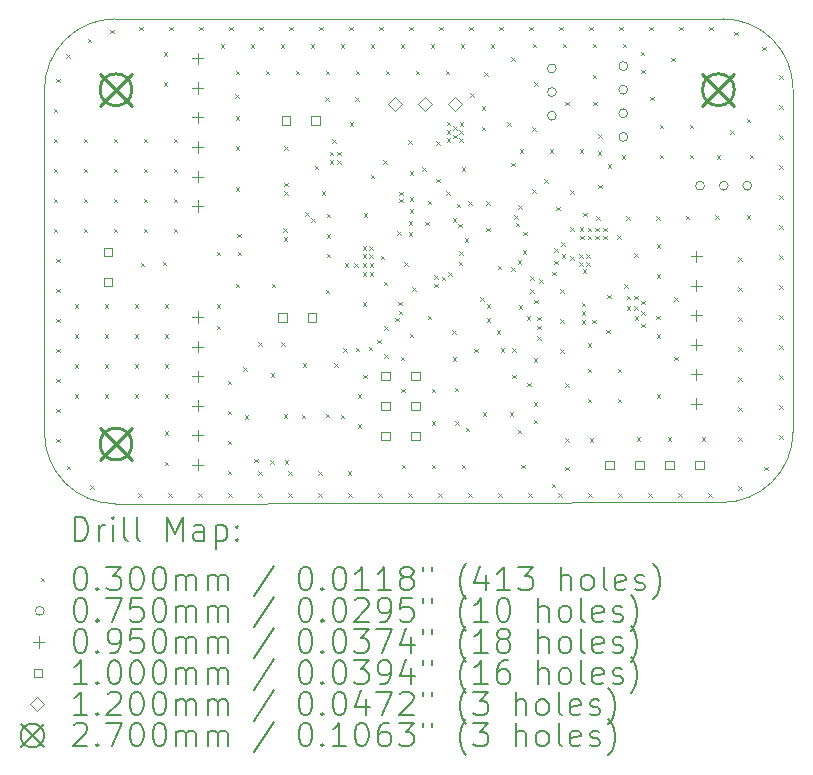
<source format=gbr>
%TF.GenerationSoftware,KiCad,Pcbnew,9.0.0*%
%TF.CreationDate,2025-04-03T16:38:20+02:00*%
%TF.ProjectId,PCB_projetV2,5043425f-7072-46f6-9a65-7456322e6b69,03/04/2025*%
%TF.SameCoordinates,Original*%
%TF.FileFunction,Drillmap*%
%TF.FilePolarity,Positive*%
%FSLAX45Y45*%
G04 Gerber Fmt 4.5, Leading zero omitted, Abs format (unit mm)*
G04 Created by KiCad (PCBNEW 9.0.0) date 2025-04-03 16:38:20*
%MOMM*%
%LPD*%
G01*
G04 APERTURE LIST*
%ADD10C,0.050000*%
%ADD11C,0.200000*%
%ADD12C,0.100000*%
%ADD13C,0.120000*%
%ADD14C,0.270000*%
G04 APERTURE END LIST*
D10*
X17737500Y-7400000D02*
X12594264Y-7400000D01*
X18332500Y-10895000D02*
X18332500Y-7995000D01*
X12594264Y-11505736D02*
G75*
G02*
X11994264Y-10905736I-4J599996D01*
G01*
X12594264Y-11505736D02*
X17732500Y-11495000D01*
X17737500Y-7400000D02*
G75*
G02*
X18332500Y-7995000I0J-595000D01*
G01*
X11994264Y-8000000D02*
G75*
G02*
X12594264Y-7400004I599996J0D01*
G01*
X18332500Y-10895000D02*
G75*
G02*
X17732500Y-11495000I-600000J0D01*
G01*
X11994264Y-8000000D02*
X11994264Y-10905736D01*
D11*
D12*
X12072000Y-8159500D02*
X12102000Y-8189500D01*
X12102000Y-8159500D02*
X12072000Y-8189500D01*
X12072000Y-8413500D02*
X12102000Y-8443500D01*
X12102000Y-8413500D02*
X12072000Y-8443500D01*
X12072000Y-8667500D02*
X12102000Y-8697500D01*
X12102000Y-8667500D02*
X12072000Y-8697500D01*
X12072000Y-8921500D02*
X12102000Y-8951500D01*
X12102000Y-8921500D02*
X12072000Y-8951500D01*
X12072000Y-9175500D02*
X12102000Y-9205500D01*
X12102000Y-9175500D02*
X12072000Y-9205500D01*
X12092500Y-7908500D02*
X12122500Y-7938500D01*
X12122500Y-7908500D02*
X12092500Y-7938500D01*
X12092500Y-9432500D02*
X12122500Y-9462500D01*
X12122500Y-9432500D02*
X12092500Y-9462500D01*
X12092500Y-9686500D02*
X12122500Y-9716500D01*
X12122500Y-9686500D02*
X12092500Y-9716500D01*
X12092500Y-9940500D02*
X12122500Y-9970500D01*
X12122500Y-9940500D02*
X12092500Y-9970500D01*
X12092500Y-10194500D02*
X12122500Y-10224500D01*
X12122500Y-10194500D02*
X12092500Y-10224500D01*
X12092500Y-10448500D02*
X12122500Y-10478500D01*
X12122500Y-10448500D02*
X12092500Y-10478500D01*
X12092500Y-10702500D02*
X12122500Y-10732500D01*
X12122500Y-10702500D02*
X12092500Y-10732500D01*
X12092500Y-10956500D02*
X12122500Y-10986500D01*
X12122500Y-10956500D02*
X12092500Y-10986500D01*
X12177500Y-7700000D02*
X12207500Y-7730000D01*
X12207500Y-7700000D02*
X12177500Y-7730000D01*
X12182500Y-11182500D02*
X12212500Y-11212500D01*
X12212500Y-11182500D02*
X12182500Y-11212500D01*
X12249000Y-9816500D02*
X12279000Y-9846500D01*
X12279000Y-9816500D02*
X12249000Y-9846500D01*
X12249000Y-10070500D02*
X12279000Y-10100500D01*
X12279000Y-10070500D02*
X12249000Y-10100500D01*
X12249000Y-10324500D02*
X12279000Y-10354500D01*
X12279000Y-10324500D02*
X12249000Y-10354500D01*
X12249000Y-10578500D02*
X12279000Y-10608500D01*
X12279000Y-10578500D02*
X12249000Y-10608500D01*
X12326000Y-8413500D02*
X12356000Y-8443500D01*
X12356000Y-8413500D02*
X12326000Y-8443500D01*
X12326000Y-8667500D02*
X12356000Y-8697500D01*
X12356000Y-8667500D02*
X12326000Y-8697500D01*
X12326000Y-8921500D02*
X12356000Y-8951500D01*
X12356000Y-8921500D02*
X12326000Y-8951500D01*
X12326000Y-9175500D02*
X12356000Y-9205500D01*
X12356000Y-9175500D02*
X12326000Y-9205500D01*
X12360000Y-7568000D02*
X12390000Y-7598000D01*
X12390000Y-7568000D02*
X12360000Y-7598000D01*
X12382500Y-11347500D02*
X12412500Y-11377500D01*
X12412500Y-11347500D02*
X12382500Y-11377500D01*
X12503000Y-9816500D02*
X12533000Y-9846500D01*
X12533000Y-9816500D02*
X12503000Y-9846500D01*
X12503000Y-10070500D02*
X12533000Y-10100500D01*
X12533000Y-10070500D02*
X12503000Y-10100500D01*
X12503000Y-10324500D02*
X12533000Y-10354500D01*
X12533000Y-10324500D02*
X12503000Y-10354500D01*
X12503000Y-10578500D02*
X12533000Y-10608500D01*
X12533000Y-10578500D02*
X12503000Y-10608500D01*
X12551000Y-7494000D02*
X12581000Y-7524000D01*
X12581000Y-7494000D02*
X12551000Y-7524000D01*
X12580000Y-8413500D02*
X12610000Y-8443500D01*
X12610000Y-8413500D02*
X12580000Y-8443500D01*
X12580000Y-8667500D02*
X12610000Y-8697500D01*
X12610000Y-8667500D02*
X12580000Y-8697500D01*
X12580000Y-8921500D02*
X12610000Y-8951500D01*
X12610000Y-8921500D02*
X12580000Y-8951500D01*
X12580000Y-9175500D02*
X12610000Y-9205500D01*
X12610000Y-9175500D02*
X12580000Y-9205500D01*
X12757000Y-9816500D02*
X12787000Y-9846500D01*
X12787000Y-9816500D02*
X12757000Y-9846500D01*
X12757000Y-10070500D02*
X12787000Y-10100500D01*
X12787000Y-10070500D02*
X12757000Y-10100500D01*
X12757000Y-10324500D02*
X12787000Y-10354500D01*
X12787000Y-10324500D02*
X12757000Y-10354500D01*
X12757000Y-10578500D02*
X12787000Y-10608500D01*
X12787000Y-10578500D02*
X12757000Y-10608500D01*
X12787000Y-11415000D02*
X12817000Y-11445000D01*
X12817000Y-11415000D02*
X12787000Y-11445000D01*
X12794500Y-7467500D02*
X12824500Y-7497500D01*
X12824500Y-7467500D02*
X12794500Y-7497500D01*
X12810000Y-9465000D02*
X12840000Y-9495000D01*
X12840000Y-9465000D02*
X12810000Y-9495000D01*
X12834000Y-8413500D02*
X12864000Y-8443500D01*
X12864000Y-8413500D02*
X12834000Y-8443500D01*
X12834000Y-8667500D02*
X12864000Y-8697500D01*
X12864000Y-8667500D02*
X12834000Y-8697500D01*
X12834000Y-8921500D02*
X12864000Y-8951500D01*
X12864000Y-8921500D02*
X12834000Y-8951500D01*
X12834000Y-9175500D02*
X12864000Y-9205500D01*
X12864000Y-9175500D02*
X12834000Y-9205500D01*
X12997500Y-9457500D02*
X13027500Y-9487500D01*
X13027500Y-9457500D02*
X12997500Y-9487500D01*
X13005000Y-7681000D02*
X13035000Y-7711000D01*
X13035000Y-7681000D02*
X13005000Y-7711000D01*
X13005000Y-7935000D02*
X13035000Y-7965000D01*
X13035000Y-7935000D02*
X13005000Y-7965000D01*
X13011000Y-9816500D02*
X13041000Y-9846500D01*
X13041000Y-9816500D02*
X13011000Y-9846500D01*
X13011000Y-10070500D02*
X13041000Y-10100500D01*
X13041000Y-10070500D02*
X13011000Y-10100500D01*
X13011000Y-10324500D02*
X13041000Y-10354500D01*
X13041000Y-10324500D02*
X13011000Y-10354500D01*
X13011000Y-10578500D02*
X13041000Y-10608500D01*
X13041000Y-10578500D02*
X13011000Y-10608500D01*
X13012500Y-10890000D02*
X13042500Y-10920000D01*
X13042500Y-10890000D02*
X13012500Y-10920000D01*
X13012500Y-11150000D02*
X13042500Y-11180000D01*
X13042500Y-11150000D02*
X13012500Y-11180000D01*
X13041000Y-11415000D02*
X13071000Y-11445000D01*
X13071000Y-11415000D02*
X13041000Y-11445000D01*
X13048500Y-7467500D02*
X13078500Y-7497500D01*
X13078500Y-7467500D02*
X13048500Y-7497500D01*
X13088000Y-8413500D02*
X13118000Y-8443500D01*
X13118000Y-8413500D02*
X13088000Y-8443500D01*
X13088000Y-8667500D02*
X13118000Y-8697500D01*
X13118000Y-8667500D02*
X13088000Y-8697500D01*
X13088000Y-8921500D02*
X13118000Y-8951500D01*
X13118000Y-8921500D02*
X13088000Y-8951500D01*
X13088000Y-9175500D02*
X13118000Y-9205500D01*
X13118000Y-9175500D02*
X13088000Y-9205500D01*
X13295000Y-11415000D02*
X13325000Y-11445000D01*
X13325000Y-11415000D02*
X13295000Y-11445000D01*
X13302500Y-7467500D02*
X13332500Y-7497500D01*
X13332500Y-7467500D02*
X13302500Y-7497500D01*
X13452500Y-9372500D02*
X13482500Y-9402500D01*
X13482500Y-9372500D02*
X13452500Y-9402500D01*
X13452500Y-9815000D02*
X13482500Y-9845000D01*
X13482500Y-9815000D02*
X13452500Y-9845000D01*
X13452500Y-9997500D02*
X13482500Y-10027500D01*
X13482500Y-9997500D02*
X13452500Y-10027500D01*
X13485000Y-7617000D02*
X13515000Y-7647000D01*
X13515000Y-7617000D02*
X13485000Y-7647000D01*
X13547500Y-10464000D02*
X13577500Y-10494000D01*
X13577500Y-10464000D02*
X13547500Y-10494000D01*
X13547500Y-10718000D02*
X13577500Y-10748000D01*
X13577500Y-10718000D02*
X13547500Y-10748000D01*
X13547500Y-10972000D02*
X13577500Y-11002000D01*
X13577500Y-10972000D02*
X13547500Y-11002000D01*
X13547500Y-11226000D02*
X13577500Y-11256000D01*
X13577500Y-11226000D02*
X13547500Y-11256000D01*
X13549000Y-11415000D02*
X13579000Y-11445000D01*
X13579000Y-11415000D02*
X13549000Y-11445000D01*
X13556500Y-7467500D02*
X13586500Y-7497500D01*
X13586500Y-7467500D02*
X13556500Y-7497500D01*
X13610000Y-8040000D02*
X13640000Y-8070000D01*
X13640000Y-8040000D02*
X13610000Y-8070000D01*
X13612500Y-8222500D02*
X13642500Y-8252500D01*
X13642500Y-8222500D02*
X13612500Y-8252500D01*
X13612500Y-8476500D02*
X13642500Y-8506500D01*
X13642500Y-8476500D02*
X13612500Y-8506500D01*
X13612500Y-8827500D02*
X13642500Y-8857500D01*
X13642500Y-8827500D02*
X13612500Y-8857500D01*
X13613500Y-7840000D02*
X13643500Y-7870000D01*
X13643500Y-7840000D02*
X13613500Y-7870000D01*
X13615000Y-9642500D02*
X13645000Y-9672500D01*
X13645000Y-9642500D02*
X13615000Y-9672500D01*
X13627500Y-9220000D02*
X13657500Y-9250000D01*
X13657500Y-9220000D02*
X13627500Y-9250000D01*
X13632500Y-9372500D02*
X13662500Y-9402500D01*
X13662500Y-9372500D02*
X13632500Y-9402500D01*
X13678000Y-10349000D02*
X13708000Y-10379000D01*
X13708000Y-10349000D02*
X13678000Y-10379000D01*
X13690000Y-10755000D02*
X13720000Y-10785000D01*
X13720000Y-10755000D02*
X13690000Y-10785000D01*
X13739000Y-7617000D02*
X13769000Y-7647000D01*
X13769000Y-7617000D02*
X13739000Y-7647000D01*
X13770000Y-11123000D02*
X13800000Y-11153000D01*
X13800000Y-11123000D02*
X13770000Y-11153000D01*
X13802500Y-10140000D02*
X13832500Y-10170000D01*
X13832500Y-10140000D02*
X13802500Y-10170000D01*
X13803000Y-11415000D02*
X13833000Y-11445000D01*
X13833000Y-11415000D02*
X13803000Y-11445000D01*
X13805000Y-11230000D02*
X13835000Y-11260000D01*
X13835000Y-11230000D02*
X13805000Y-11260000D01*
X13810500Y-7467500D02*
X13840500Y-7497500D01*
X13840500Y-7467500D02*
X13810500Y-7497500D01*
X13867500Y-7840000D02*
X13897500Y-7870000D01*
X13897500Y-7840000D02*
X13867500Y-7870000D01*
X13904074Y-11136473D02*
X13934074Y-11166473D01*
X13934074Y-11136473D02*
X13904074Y-11166473D01*
X13909000Y-10402000D02*
X13939000Y-10432000D01*
X13939000Y-10402000D02*
X13909000Y-10432000D01*
X13917500Y-9642500D02*
X13947500Y-9672500D01*
X13947500Y-9642500D02*
X13917500Y-9672500D01*
X13993000Y-7617000D02*
X14023000Y-7647000D01*
X14023000Y-7617000D02*
X13993000Y-7647000D01*
X13997500Y-10140000D02*
X14027500Y-10170000D01*
X14027500Y-10140000D02*
X13997500Y-10170000D01*
X14015000Y-9172500D02*
X14045000Y-9202500D01*
X14045000Y-9172500D02*
X14015000Y-9202500D01*
X14019000Y-10747000D02*
X14049000Y-10777000D01*
X14049000Y-10747000D02*
X14019000Y-10777000D01*
X14020000Y-9250000D02*
X14050000Y-9280000D01*
X14050000Y-9250000D02*
X14020000Y-9280000D01*
X14025000Y-8480000D02*
X14055000Y-8510000D01*
X14055000Y-8480000D02*
X14025000Y-8510000D01*
X14025000Y-8787500D02*
X14055000Y-8817500D01*
X14055000Y-8787500D02*
X14025000Y-8817500D01*
X14025000Y-8857500D02*
X14055000Y-8887500D01*
X14055000Y-8857500D02*
X14025000Y-8887500D01*
X14028000Y-11139000D02*
X14058000Y-11169000D01*
X14058000Y-11139000D02*
X14028000Y-11169000D01*
X14057000Y-11415000D02*
X14087000Y-11445000D01*
X14087000Y-11415000D02*
X14057000Y-11445000D01*
X14057500Y-11230000D02*
X14087500Y-11260000D01*
X14087500Y-11230000D02*
X14057500Y-11260000D01*
X14064500Y-7467500D02*
X14094500Y-7497500D01*
X14094500Y-7467500D02*
X14064500Y-7497500D01*
X14121500Y-7840000D02*
X14151500Y-7870000D01*
X14151500Y-7840000D02*
X14121500Y-7870000D01*
X14173000Y-10752000D02*
X14203000Y-10782000D01*
X14203000Y-10752000D02*
X14173000Y-10782000D01*
X14181000Y-10315000D02*
X14211000Y-10345000D01*
X14211000Y-10315000D02*
X14181000Y-10345000D01*
X14200116Y-9036508D02*
X14230116Y-9066508D01*
X14230116Y-9036508D02*
X14200116Y-9066508D01*
X14247000Y-7617000D02*
X14277000Y-7647000D01*
X14277000Y-7617000D02*
X14247000Y-7647000D01*
X14252500Y-9090000D02*
X14282500Y-9120000D01*
X14282500Y-9090000D02*
X14252500Y-9120000D01*
X14282500Y-8642500D02*
X14312500Y-8672500D01*
X14312500Y-8642500D02*
X14282500Y-8672500D01*
X14310000Y-11230000D02*
X14340000Y-11260000D01*
X14340000Y-11230000D02*
X14310000Y-11260000D01*
X14311000Y-11415000D02*
X14341000Y-11445000D01*
X14341000Y-11415000D02*
X14311000Y-11445000D01*
X14318500Y-7467500D02*
X14348500Y-7497500D01*
X14348500Y-7467500D02*
X14318500Y-7497500D01*
X14340000Y-8857500D02*
X14370000Y-8887500D01*
X14370000Y-8857500D02*
X14340000Y-8887500D01*
X14372500Y-8065000D02*
X14402500Y-8095000D01*
X14402500Y-8065000D02*
X14372500Y-8095000D01*
X14375000Y-10742500D02*
X14405000Y-10772500D01*
X14405000Y-10742500D02*
X14375000Y-10772500D01*
X14375500Y-7840000D02*
X14405500Y-7870000D01*
X14405500Y-7840000D02*
X14375500Y-7870000D01*
X14377500Y-9695000D02*
X14407500Y-9725000D01*
X14407500Y-9695000D02*
X14377500Y-9725000D01*
X14385000Y-9050000D02*
X14415000Y-9080000D01*
X14415000Y-9050000D02*
X14385000Y-9080000D01*
X14385000Y-9222500D02*
X14415000Y-9252500D01*
X14415000Y-9222500D02*
X14385000Y-9252500D01*
X14385000Y-9387500D02*
X14415000Y-9417500D01*
X14415000Y-9387500D02*
X14385000Y-9417500D01*
X14410000Y-8525000D02*
X14440000Y-8555000D01*
X14440000Y-8525000D02*
X14410000Y-8555000D01*
X14410000Y-8595000D02*
X14440000Y-8625000D01*
X14440000Y-8595000D02*
X14410000Y-8625000D01*
X14432500Y-8420000D02*
X14462500Y-8450000D01*
X14462500Y-8420000D02*
X14432500Y-8450000D01*
X14446000Y-10316000D02*
X14476000Y-10346000D01*
X14476000Y-10316000D02*
X14446000Y-10346000D01*
X14475000Y-8525000D02*
X14505000Y-8555000D01*
X14505000Y-8525000D02*
X14475000Y-8555000D01*
X14475000Y-8595000D02*
X14505000Y-8625000D01*
X14505000Y-8595000D02*
X14475000Y-8625000D01*
X14501000Y-7617000D02*
X14531000Y-7647000D01*
X14531000Y-7617000D02*
X14501000Y-7647000D01*
X14502000Y-10750000D02*
X14532000Y-10780000D01*
X14532000Y-10750000D02*
X14502000Y-10780000D01*
X14524623Y-10189623D02*
X14554623Y-10219623D01*
X14554623Y-10189623D02*
X14524623Y-10219623D01*
X14535000Y-9470000D02*
X14565000Y-9500000D01*
X14565000Y-9470000D02*
X14535000Y-9500000D01*
X14562500Y-11230000D02*
X14592500Y-11260000D01*
X14592500Y-11230000D02*
X14562500Y-11260000D01*
X14565000Y-11415000D02*
X14595000Y-11445000D01*
X14595000Y-11415000D02*
X14565000Y-11445000D01*
X14572500Y-7467500D02*
X14602500Y-7497500D01*
X14602500Y-7467500D02*
X14572500Y-7497500D01*
X14580000Y-8275000D02*
X14610000Y-8305000D01*
X14610000Y-8275000D02*
X14580000Y-8305000D01*
X14615000Y-9470000D02*
X14645000Y-9500000D01*
X14645000Y-9470000D02*
X14615000Y-9500000D01*
X14627500Y-8062500D02*
X14657500Y-8092500D01*
X14657500Y-8062500D02*
X14627500Y-8092500D01*
X14628000Y-10185000D02*
X14658000Y-10215000D01*
X14658000Y-10185000D02*
X14628000Y-10215000D01*
X14629500Y-7840000D02*
X14659500Y-7870000D01*
X14659500Y-7840000D02*
X14629500Y-7870000D01*
X14645000Y-10578000D02*
X14675000Y-10608000D01*
X14675000Y-10578000D02*
X14645000Y-10608000D01*
X14645000Y-10832000D02*
X14675000Y-10862000D01*
X14675000Y-10832000D02*
X14645000Y-10862000D01*
X14687500Y-9800000D02*
X14717500Y-9830000D01*
X14717500Y-9800000D02*
X14687500Y-9830000D01*
X14690000Y-9325000D02*
X14720000Y-9355000D01*
X14720000Y-9325000D02*
X14690000Y-9355000D01*
X14690000Y-9395000D02*
X14720000Y-9425000D01*
X14720000Y-9395000D02*
X14690000Y-9425000D01*
X14690000Y-9470000D02*
X14720000Y-9500000D01*
X14720000Y-9470000D02*
X14690000Y-9500000D01*
X14690000Y-9545000D02*
X14720000Y-9575000D01*
X14720000Y-9545000D02*
X14690000Y-9575000D01*
X14692000Y-10414000D02*
X14722000Y-10444000D01*
X14722000Y-10414000D02*
X14692000Y-10444000D01*
X14696000Y-9046000D02*
X14726000Y-9076000D01*
X14726000Y-9046000D02*
X14696000Y-9076000D01*
X14739877Y-10174877D02*
X14769877Y-10204877D01*
X14769877Y-10174877D02*
X14739877Y-10204877D01*
X14745000Y-9325000D02*
X14775000Y-9355000D01*
X14775000Y-9325000D02*
X14745000Y-9355000D01*
X14745000Y-9395000D02*
X14775000Y-9425000D01*
X14775000Y-9395000D02*
X14745000Y-9425000D01*
X14750000Y-9470000D02*
X14780000Y-9500000D01*
X14780000Y-9470000D02*
X14750000Y-9500000D01*
X14750000Y-9545000D02*
X14780000Y-9575000D01*
X14780000Y-9545000D02*
X14750000Y-9575000D01*
X14755000Y-7617000D02*
X14785000Y-7647000D01*
X14785000Y-7617000D02*
X14755000Y-7647000D01*
X14755945Y-8719108D02*
X14785945Y-8749108D01*
X14785945Y-8719108D02*
X14755945Y-8749108D01*
X14810000Y-10117500D02*
X14840000Y-10147500D01*
X14840000Y-10117500D02*
X14810000Y-10147500D01*
X14819000Y-11415000D02*
X14849000Y-11445000D01*
X14849000Y-11415000D02*
X14819000Y-11445000D01*
X14826500Y-7467500D02*
X14856500Y-7497500D01*
X14856500Y-7467500D02*
X14826500Y-7497500D01*
X14842500Y-9407500D02*
X14872500Y-9437500D01*
X14872500Y-9407500D02*
X14842500Y-9437500D01*
X14863000Y-8595000D02*
X14893000Y-8625000D01*
X14893000Y-8595000D02*
X14863000Y-8625000D01*
X14865000Y-9627500D02*
X14895000Y-9657500D01*
X14895000Y-9627500D02*
X14865000Y-9657500D01*
X14869000Y-10241000D02*
X14899000Y-10271000D01*
X14899000Y-10241000D02*
X14869000Y-10271000D01*
X14872500Y-10002500D02*
X14902500Y-10032500D01*
X14902500Y-10002500D02*
X14872500Y-10032500D01*
X14883500Y-7840000D02*
X14913500Y-7870000D01*
X14913500Y-7840000D02*
X14883500Y-7870000D01*
X14964554Y-9931186D02*
X14994554Y-9961186D01*
X14994554Y-9931186D02*
X14964554Y-9961186D01*
X14980000Y-9200000D02*
X15010000Y-9230000D01*
X15010000Y-9200000D02*
X14980000Y-9230000D01*
X14988000Y-9795000D02*
X15018000Y-9825000D01*
X15018000Y-9795000D02*
X14988000Y-9825000D01*
X14992500Y-9872500D02*
X15022500Y-9902500D01*
X15022500Y-9872500D02*
X14992500Y-9902500D01*
X15000000Y-8865000D02*
X15030000Y-8895000D01*
X15030000Y-8865000D02*
X15000000Y-8895000D01*
X15000000Y-8922500D02*
X15030000Y-8952500D01*
X15030000Y-8922500D02*
X15000000Y-8952500D01*
X15009000Y-7617000D02*
X15039000Y-7647000D01*
X15039000Y-7617000D02*
X15009000Y-7647000D01*
X15010000Y-10262500D02*
X15040000Y-10292500D01*
X15040000Y-10262500D02*
X15010000Y-10292500D01*
X15015000Y-10530000D02*
X15045000Y-10560000D01*
X15045000Y-10530000D02*
X15015000Y-10560000D01*
X15018500Y-11175000D02*
X15048500Y-11205000D01*
X15048500Y-11175000D02*
X15018500Y-11205000D01*
X15040000Y-9462500D02*
X15070000Y-9492500D01*
X15070000Y-9462500D02*
X15040000Y-9492500D01*
X15073000Y-8430000D02*
X15103000Y-8460000D01*
X15103000Y-8430000D02*
X15073000Y-8460000D01*
X15073000Y-11415000D02*
X15103000Y-11445000D01*
X15103000Y-11415000D02*
X15073000Y-11445000D01*
X15077500Y-9112500D02*
X15107500Y-9142500D01*
X15107500Y-9112500D02*
X15077500Y-9142500D01*
X15080000Y-9207500D02*
X15110000Y-9237500D01*
X15110000Y-9207500D02*
X15080000Y-9237500D01*
X15080500Y-7467500D02*
X15110500Y-7497500D01*
X15110500Y-7467500D02*
X15080500Y-7497500D01*
X15085000Y-8912500D02*
X15115000Y-8942500D01*
X15115000Y-8912500D02*
X15085000Y-8942500D01*
X15085000Y-9010000D02*
X15115000Y-9040000D01*
X15115000Y-9010000D02*
X15085000Y-9040000D01*
X15087500Y-8692500D02*
X15117500Y-8722500D01*
X15117500Y-8692500D02*
X15087500Y-8722500D01*
X15087500Y-10067500D02*
X15117500Y-10097500D01*
X15117500Y-10067500D02*
X15087500Y-10097500D01*
X15110000Y-9672000D02*
X15140000Y-9702000D01*
X15140000Y-9672000D02*
X15110000Y-9702000D01*
X15137500Y-7840000D02*
X15167500Y-7870000D01*
X15167500Y-7840000D02*
X15137500Y-7870000D01*
X15195000Y-8657500D02*
X15225000Y-8687500D01*
X15225000Y-8657500D02*
X15195000Y-8687500D01*
X15217500Y-9117500D02*
X15247500Y-9147500D01*
X15247500Y-9117500D02*
X15217500Y-9147500D01*
X15237500Y-8940000D02*
X15267500Y-8970000D01*
X15267500Y-8940000D02*
X15237500Y-8970000D01*
X15240000Y-9912500D02*
X15270000Y-9942500D01*
X15270000Y-9912500D02*
X15240000Y-9942500D01*
X15263000Y-7617000D02*
X15293000Y-7647000D01*
X15293000Y-7617000D02*
X15263000Y-7647000D01*
X15272500Y-10530000D02*
X15302500Y-10560000D01*
X15302500Y-10530000D02*
X15272500Y-10560000D01*
X15272500Y-11175000D02*
X15302500Y-11205000D01*
X15302500Y-11175000D02*
X15272500Y-11205000D01*
X15275000Y-10805000D02*
X15305000Y-10835000D01*
X15305000Y-10805000D02*
X15275000Y-10835000D01*
X15292500Y-9572500D02*
X15322500Y-9602500D01*
X15322500Y-9572500D02*
X15292500Y-9602500D01*
X15292500Y-9642500D02*
X15322500Y-9672500D01*
X15322500Y-9642500D02*
X15292500Y-9672500D01*
X15312000Y-8434000D02*
X15342000Y-8464000D01*
X15342000Y-8434000D02*
X15312000Y-8464000D01*
X15312500Y-8755000D02*
X15342500Y-8785000D01*
X15342500Y-8755000D02*
X15312500Y-8785000D01*
X15327000Y-11415000D02*
X15357000Y-11445000D01*
X15357000Y-11415000D02*
X15327000Y-11445000D01*
X15334500Y-7467500D02*
X15364500Y-7497500D01*
X15364500Y-7467500D02*
X15334500Y-7497500D01*
X15357500Y-9585000D02*
X15387500Y-9615000D01*
X15387500Y-9585000D02*
X15357500Y-9615000D01*
X15391500Y-7840000D02*
X15421500Y-7870000D01*
X15421500Y-7840000D02*
X15391500Y-7870000D01*
X15395000Y-8860000D02*
X15425000Y-8890000D01*
X15425000Y-8860000D02*
X15395000Y-8890000D01*
X15399000Y-8271000D02*
X15429000Y-8301000D01*
X15429000Y-8271000D02*
X15399000Y-8301000D01*
X15400000Y-8412000D02*
X15430000Y-8442000D01*
X15430000Y-8412000D02*
X15400000Y-8442000D01*
X15402000Y-8343000D02*
X15432000Y-8373000D01*
X15432000Y-8343000D02*
X15402000Y-8373000D01*
X15415000Y-9547500D02*
X15445000Y-9577500D01*
X15445000Y-9547500D02*
X15415000Y-9577500D01*
X15447500Y-10035000D02*
X15477500Y-10065000D01*
X15477500Y-10035000D02*
X15447500Y-10065000D01*
X15451250Y-9087500D02*
X15481250Y-9117500D01*
X15481250Y-9087500D02*
X15451250Y-9117500D01*
X15452500Y-10265000D02*
X15482500Y-10295000D01*
X15482500Y-10265000D02*
X15452500Y-10295000D01*
X15454000Y-8381000D02*
X15484000Y-8411000D01*
X15484000Y-8381000D02*
X15454000Y-8411000D01*
X15456000Y-8309000D02*
X15486000Y-8339000D01*
X15486000Y-8309000D02*
X15456000Y-8339000D01*
X15467500Y-10525000D02*
X15497500Y-10555000D01*
X15497500Y-10525000D02*
X15467500Y-10555000D01*
X15470000Y-10805000D02*
X15500000Y-10835000D01*
X15500000Y-10805000D02*
X15470000Y-10835000D01*
X15485000Y-8965000D02*
X15515000Y-8995000D01*
X15515000Y-8965000D02*
X15485000Y-8995000D01*
X15496521Y-9134143D02*
X15526521Y-9164143D01*
X15526521Y-9134143D02*
X15496521Y-9164143D01*
X15500000Y-9457500D02*
X15530000Y-9487500D01*
X15530000Y-9457500D02*
X15500000Y-9487500D01*
X15504000Y-9366000D02*
X15534000Y-9396000D01*
X15534000Y-9366000D02*
X15504000Y-9396000D01*
X15508000Y-8345000D02*
X15538000Y-8375000D01*
X15538000Y-8345000D02*
X15508000Y-8375000D01*
X15508000Y-8411000D02*
X15538000Y-8441000D01*
X15538000Y-8411000D02*
X15508000Y-8441000D01*
X15509000Y-8276000D02*
X15539000Y-8306000D01*
X15539000Y-8276000D02*
X15509000Y-8306000D01*
X15517000Y-7617000D02*
X15547000Y-7647000D01*
X15547000Y-7617000D02*
X15517000Y-7647000D01*
X15526500Y-11175000D02*
X15556500Y-11205000D01*
X15556500Y-11175000D02*
X15526500Y-11205000D01*
X15527500Y-8655000D02*
X15557500Y-8685000D01*
X15557500Y-8655000D02*
X15527500Y-8685000D01*
X15552000Y-9256000D02*
X15582000Y-9286000D01*
X15582000Y-9256000D02*
X15552000Y-9286000D01*
X15561500Y-10862500D02*
X15591500Y-10892500D01*
X15591500Y-10862500D02*
X15561500Y-10892500D01*
X15581000Y-11415000D02*
X15611000Y-11445000D01*
X15611000Y-11415000D02*
X15581000Y-11445000D01*
X15582500Y-8945000D02*
X15612500Y-8975000D01*
X15612500Y-8945000D02*
X15582500Y-8975000D01*
X15588500Y-7467500D02*
X15618500Y-7497500D01*
X15618500Y-7467500D02*
X15588500Y-7497500D01*
X15601000Y-8029000D02*
X15631000Y-8059000D01*
X15631000Y-8029000D02*
X15601000Y-8059000D01*
X15632500Y-10195000D02*
X15662500Y-10225000D01*
X15662500Y-10195000D02*
X15632500Y-10225000D01*
X15685000Y-9759102D02*
X15715000Y-9789102D01*
X15715000Y-9759102D02*
X15685000Y-9789102D01*
X15696000Y-8142000D02*
X15726000Y-8172000D01*
X15726000Y-8142000D02*
X15696000Y-8172000D01*
X15696000Y-8314000D02*
X15726000Y-8344000D01*
X15726000Y-8314000D02*
X15696000Y-8344000D01*
X15704000Y-10730000D02*
X15734000Y-10760000D01*
X15734000Y-10730000D02*
X15704000Y-10760000D01*
X15716000Y-7852000D02*
X15746000Y-7882000D01*
X15746000Y-7852000D02*
X15716000Y-7882000D01*
X15732500Y-8942500D02*
X15762500Y-8972500D01*
X15762500Y-8942500D02*
X15732500Y-8972500D01*
X15732500Y-9170000D02*
X15762500Y-9200000D01*
X15762500Y-9170000D02*
X15732500Y-9200000D01*
X15739000Y-9934000D02*
X15769000Y-9964000D01*
X15769000Y-9934000D02*
X15739000Y-9964000D01*
X15740000Y-9816000D02*
X15770000Y-9846000D01*
X15770000Y-9816000D02*
X15740000Y-9846000D01*
X15771000Y-7617000D02*
X15801000Y-7647000D01*
X15801000Y-7617000D02*
X15771000Y-7647000D01*
X15824000Y-10035000D02*
X15854000Y-10065000D01*
X15854000Y-10035000D02*
X15824000Y-10065000D01*
X15832000Y-9490000D02*
X15862000Y-9520000D01*
X15862000Y-9490000D02*
X15832000Y-9520000D01*
X15835000Y-11415000D02*
X15865000Y-11445000D01*
X15865000Y-11415000D02*
X15835000Y-11445000D01*
X15842500Y-7467500D02*
X15872500Y-7497500D01*
X15872500Y-7467500D02*
X15842500Y-7497500D01*
X15859000Y-10190000D02*
X15889000Y-10220000D01*
X15889000Y-10190000D02*
X15859000Y-10220000D01*
X15911000Y-8276000D02*
X15941000Y-8306000D01*
X15941000Y-8276000D02*
X15911000Y-8306000D01*
X15935000Y-10730000D02*
X15965000Y-10760000D01*
X15965000Y-10730000D02*
X15935000Y-10760000D01*
X15946000Y-9505000D02*
X15976000Y-9535000D01*
X15976000Y-9505000D02*
X15946000Y-9535000D01*
X15947500Y-7725000D02*
X15977500Y-7755000D01*
X15977500Y-7725000D02*
X15947500Y-7755000D01*
X15947500Y-8617500D02*
X15977500Y-8647500D01*
X15977500Y-8617500D02*
X15947500Y-8647500D01*
X15955000Y-10190000D02*
X15985000Y-10220000D01*
X15985000Y-10190000D02*
X15955000Y-10220000D01*
X15957000Y-10413000D02*
X15987000Y-10443000D01*
X15987000Y-10413000D02*
X15957000Y-10443000D01*
X15973116Y-9062591D02*
X16003116Y-9092591D01*
X16003116Y-9062591D02*
X15973116Y-9092591D01*
X15986250Y-9126250D02*
X16016250Y-9156250D01*
X16016250Y-9126250D02*
X15986250Y-9156250D01*
X16000000Y-10877500D02*
X16030000Y-10907500D01*
X16030000Y-10877500D02*
X16000000Y-10907500D01*
X16002500Y-9442500D02*
X16032500Y-9472500D01*
X16032500Y-9442500D02*
X16002500Y-9472500D01*
X16004000Y-8978000D02*
X16034000Y-9008000D01*
X16034000Y-8978000D02*
X16004000Y-9008000D01*
X16010000Y-9822500D02*
X16040000Y-9852500D01*
X16040000Y-9822500D02*
X16010000Y-9852500D01*
X16018500Y-8502500D02*
X16048500Y-8532500D01*
X16048500Y-8502500D02*
X16018500Y-8532500D01*
X16030000Y-11175000D02*
X16060000Y-11205000D01*
X16060000Y-11175000D02*
X16030000Y-11205000D01*
X16042500Y-9357500D02*
X16072500Y-9387500D01*
X16072500Y-9357500D02*
X16042500Y-9387500D01*
X16047500Y-9202500D02*
X16077500Y-9232500D01*
X16077500Y-9202500D02*
X16047500Y-9232500D01*
X16077500Y-9920000D02*
X16107500Y-9950000D01*
X16107500Y-9920000D02*
X16077500Y-9950000D01*
X16083000Y-10482000D02*
X16113000Y-10512000D01*
X16113000Y-10482000D02*
X16083000Y-10512000D01*
X16089000Y-11415000D02*
X16119000Y-11445000D01*
X16119000Y-11415000D02*
X16089000Y-11445000D01*
X16096500Y-7467500D02*
X16126500Y-7497500D01*
X16126500Y-7467500D02*
X16096500Y-7497500D01*
X16107500Y-9577500D02*
X16137500Y-9607500D01*
X16137500Y-9577500D02*
X16107500Y-9607500D01*
X16107500Y-9690000D02*
X16137500Y-9720000D01*
X16137500Y-9690000D02*
X16107500Y-9720000D01*
X16122000Y-8320000D02*
X16152000Y-8350000D01*
X16152000Y-8320000D02*
X16122000Y-8350000D01*
X16122500Y-8842500D02*
X16152500Y-8872500D01*
X16152500Y-8842500D02*
X16122500Y-8872500D01*
X16129000Y-7612000D02*
X16159000Y-7642000D01*
X16159000Y-7612000D02*
X16129000Y-7642000D01*
X16137500Y-10274000D02*
X16167500Y-10304000D01*
X16167500Y-10274000D02*
X16137500Y-10304000D01*
X16137500Y-10647500D02*
X16167500Y-10677500D01*
X16167500Y-10647500D02*
X16137500Y-10677500D01*
X16137500Y-10795000D02*
X16167500Y-10825000D01*
X16167500Y-10795000D02*
X16137500Y-10825000D01*
X16142500Y-9777500D02*
X16172500Y-9807500D01*
X16172500Y-9777500D02*
X16142500Y-9807500D01*
X16143000Y-7936000D02*
X16173000Y-7966000D01*
X16173000Y-7936000D02*
X16143000Y-7966000D01*
X16167500Y-9922500D02*
X16197500Y-9952500D01*
X16197500Y-9922500D02*
X16167500Y-9952500D01*
X16167500Y-9997500D02*
X16197500Y-10027500D01*
X16197500Y-9997500D02*
X16167500Y-10027500D01*
X16167500Y-10087500D02*
X16197500Y-10117500D01*
X16197500Y-10087500D02*
X16167500Y-10117500D01*
X16182500Y-9602500D02*
X16212500Y-9632500D01*
X16212500Y-9602500D02*
X16182500Y-9632500D01*
X16225000Y-8760000D02*
X16255000Y-8790000D01*
X16255000Y-8760000D02*
X16225000Y-8790000D01*
X16272500Y-8502500D02*
X16302500Y-8532500D01*
X16302500Y-8502500D02*
X16272500Y-8532500D01*
X16290000Y-11335000D02*
X16320000Y-11365000D01*
X16320000Y-11335000D02*
X16290000Y-11365000D01*
X16295000Y-9542500D02*
X16325000Y-9572500D01*
X16325000Y-9542500D02*
X16295000Y-9572500D01*
X16312500Y-9342500D02*
X16342500Y-9372500D01*
X16342500Y-9342500D02*
X16312500Y-9372500D01*
X16312500Y-9447500D02*
X16342500Y-9477500D01*
X16342500Y-9447500D02*
X16312500Y-9477500D01*
X16327000Y-8991000D02*
X16357000Y-9021000D01*
X16357000Y-8991000D02*
X16327000Y-9021000D01*
X16343000Y-11415000D02*
X16373000Y-11445000D01*
X16373000Y-11415000D02*
X16343000Y-11445000D01*
X16350500Y-7467500D02*
X16380500Y-7497500D01*
X16380500Y-7467500D02*
X16350500Y-7497500D01*
X16362500Y-9691000D02*
X16392500Y-9721000D01*
X16392500Y-9691000D02*
X16362500Y-9721000D01*
X16362500Y-9945000D02*
X16392500Y-9975000D01*
X16392500Y-9945000D02*
X16362500Y-9975000D01*
X16362500Y-10199000D02*
X16392500Y-10229000D01*
X16392500Y-10199000D02*
X16362500Y-10229000D01*
X16370000Y-9290000D02*
X16400000Y-9320000D01*
X16400000Y-9290000D02*
X16370000Y-9320000D01*
X16375000Y-9395000D02*
X16405000Y-9425000D01*
X16405000Y-9395000D02*
X16375000Y-9425000D01*
X16383000Y-7612000D02*
X16413000Y-7642000D01*
X16413000Y-7612000D02*
X16383000Y-7642000D01*
X16402000Y-8100000D02*
X16432000Y-8130000D01*
X16432000Y-8100000D02*
X16402000Y-8130000D01*
X16402500Y-10485000D02*
X16432500Y-10515000D01*
X16432500Y-10485000D02*
X16402500Y-10515000D01*
X16402500Y-10950000D02*
X16432500Y-10980000D01*
X16432500Y-10950000D02*
X16402500Y-10980000D01*
X16402500Y-11192500D02*
X16432500Y-11222500D01*
X16432500Y-11192500D02*
X16402500Y-11222500D01*
X16445000Y-8852500D02*
X16475000Y-8882500D01*
X16475000Y-8852500D02*
X16445000Y-8882500D01*
X16445000Y-9162500D02*
X16475000Y-9192500D01*
X16475000Y-9162500D02*
X16445000Y-9192500D01*
X16445000Y-9410000D02*
X16475000Y-9440000D01*
X16475000Y-9410000D02*
X16445000Y-9440000D01*
X16520000Y-9395000D02*
X16550000Y-9425000D01*
X16550000Y-9395000D02*
X16520000Y-9425000D01*
X16520000Y-9462500D02*
X16550000Y-9492500D01*
X16550000Y-9462500D02*
X16520000Y-9492500D01*
X16526500Y-8502500D02*
X16556500Y-8532500D01*
X16556500Y-8502500D02*
X16526500Y-8532500D01*
X16528000Y-9166000D02*
X16558000Y-9196000D01*
X16558000Y-9166000D02*
X16528000Y-9196000D01*
X16529000Y-9237500D02*
X16559000Y-9267500D01*
X16559000Y-9237500D02*
X16529000Y-9267500D01*
X16545000Y-9805000D02*
X16575000Y-9835000D01*
X16575000Y-9805000D02*
X16545000Y-9835000D01*
X16545000Y-9877500D02*
X16575000Y-9907500D01*
X16575000Y-9877500D02*
X16545000Y-9907500D01*
X16545000Y-9952500D02*
X16575000Y-9982500D01*
X16575000Y-9952500D02*
X16545000Y-9982500D01*
X16552500Y-9520000D02*
X16582500Y-9550000D01*
X16582500Y-9520000D02*
X16552500Y-9550000D01*
X16554000Y-9043000D02*
X16584000Y-9073000D01*
X16584000Y-9043000D02*
X16554000Y-9073000D01*
X16582500Y-9395000D02*
X16612500Y-9425000D01*
X16612500Y-9395000D02*
X16582500Y-9425000D01*
X16582500Y-9462500D02*
X16612500Y-9492500D01*
X16612500Y-9462500D02*
X16582500Y-9492500D01*
X16593000Y-9168000D02*
X16623000Y-9198000D01*
X16623000Y-9168000D02*
X16593000Y-9198000D01*
X16593000Y-10360500D02*
X16623000Y-10390500D01*
X16623000Y-10360500D02*
X16593000Y-10390500D01*
X16593000Y-10614500D02*
X16623000Y-10644500D01*
X16623000Y-10614500D02*
X16593000Y-10644500D01*
X16594000Y-9237000D02*
X16624000Y-9267000D01*
X16624000Y-9237000D02*
X16594000Y-9267000D01*
X16595000Y-10145000D02*
X16625000Y-10175000D01*
X16625000Y-10145000D02*
X16595000Y-10175000D01*
X16597000Y-11415000D02*
X16627000Y-11445000D01*
X16627000Y-11415000D02*
X16597000Y-11445000D01*
X16604500Y-7467500D02*
X16634500Y-7497500D01*
X16634500Y-7467500D02*
X16604500Y-7497500D01*
X16610000Y-10950000D02*
X16640000Y-10980000D01*
X16640000Y-10950000D02*
X16610000Y-10980000D01*
X16632500Y-9947500D02*
X16662500Y-9977500D01*
X16662500Y-9947500D02*
X16632500Y-9977500D01*
X16635000Y-7872000D02*
X16665000Y-7902000D01*
X16665000Y-7872000D02*
X16635000Y-7902000D01*
X16637000Y-7612000D02*
X16667000Y-7642000D01*
X16667000Y-7612000D02*
X16637000Y-7642000D01*
X16642000Y-8100000D02*
X16672000Y-8130000D01*
X16672000Y-8100000D02*
X16642000Y-8130000D01*
X16657000Y-9168000D02*
X16687000Y-9198000D01*
X16687000Y-9168000D02*
X16657000Y-9198000D01*
X16658000Y-9236000D02*
X16688000Y-9266000D01*
X16688000Y-9236000D02*
X16658000Y-9266000D01*
X16668000Y-9072000D02*
X16698000Y-9102000D01*
X16698000Y-9072000D02*
X16668000Y-9102000D01*
X16680000Y-8522500D02*
X16710000Y-8552500D01*
X16710000Y-8522500D02*
X16680000Y-8552500D01*
X16682500Y-8375000D02*
X16712500Y-8405000D01*
X16712500Y-8375000D02*
X16682500Y-8405000D01*
X16682500Y-8805000D02*
X16712500Y-8835000D01*
X16712500Y-8805000D02*
X16682500Y-8835000D01*
X16726000Y-9168000D02*
X16756000Y-9198000D01*
X16756000Y-9168000D02*
X16726000Y-9198000D01*
X16727000Y-9235000D02*
X16757000Y-9265000D01*
X16757000Y-9235000D02*
X16727000Y-9265000D01*
X16749000Y-10031000D02*
X16779000Y-10061000D01*
X16779000Y-10031000D02*
X16749000Y-10061000D01*
X16760000Y-9736000D02*
X16790000Y-9766000D01*
X16790000Y-9736000D02*
X16760000Y-9766000D01*
X16762500Y-8632500D02*
X16792500Y-8662500D01*
X16792500Y-8632500D02*
X16762500Y-8662500D01*
X16842500Y-9232500D02*
X16872500Y-9262500D01*
X16872500Y-9232500D02*
X16842500Y-9262500D01*
X16847000Y-10360500D02*
X16877000Y-10390500D01*
X16877000Y-10360500D02*
X16847000Y-10390500D01*
X16847000Y-10614500D02*
X16877000Y-10644500D01*
X16877000Y-10614500D02*
X16847000Y-10644500D01*
X16851000Y-11415000D02*
X16881000Y-11445000D01*
X16881000Y-11415000D02*
X16851000Y-11445000D01*
X16858500Y-7467500D02*
X16888500Y-7497500D01*
X16888500Y-7467500D02*
X16858500Y-7497500D01*
X16880000Y-8553000D02*
X16910000Y-8583000D01*
X16910000Y-8553000D02*
X16880000Y-8583000D01*
X16891000Y-7612000D02*
X16921000Y-7642000D01*
X16921000Y-7612000D02*
X16891000Y-7642000D01*
X16901000Y-9647000D02*
X16931000Y-9677000D01*
X16931000Y-9647000D02*
X16901000Y-9677000D01*
X16922000Y-9072000D02*
X16952000Y-9102000D01*
X16952000Y-9072000D02*
X16922000Y-9102000D01*
X16922500Y-9745000D02*
X16952500Y-9775000D01*
X16952500Y-9745000D02*
X16922500Y-9775000D01*
X16922500Y-9835000D02*
X16952500Y-9865000D01*
X16952500Y-9835000D02*
X16922500Y-9865000D01*
X16987500Y-9382500D02*
X17017500Y-9412500D01*
X17017500Y-9382500D02*
X16987500Y-9412500D01*
X16987500Y-9745000D02*
X17017500Y-9775000D01*
X17017500Y-9745000D02*
X16987500Y-9775000D01*
X16987500Y-9835000D02*
X17017500Y-9865000D01*
X17017500Y-9835000D02*
X16987500Y-9865000D01*
X16990000Y-9917500D02*
X17020000Y-9947500D01*
X17020000Y-9917500D02*
X16990000Y-9947500D01*
X17007500Y-10942500D02*
X17037500Y-10972500D01*
X17037500Y-10942500D02*
X17007500Y-10972500D01*
X17043000Y-7679000D02*
X17073000Y-7709000D01*
X17073000Y-7679000D02*
X17043000Y-7709000D01*
X17045793Y-9786497D02*
X17075793Y-9816497D01*
X17075793Y-9786497D02*
X17045793Y-9816497D01*
X17047000Y-7831000D02*
X17077000Y-7861000D01*
X17077000Y-7831000D02*
X17047000Y-7861000D01*
X17047500Y-9875000D02*
X17077500Y-9905000D01*
X17077500Y-9875000D02*
X17047500Y-9905000D01*
X17047500Y-9980000D02*
X17077500Y-10010000D01*
X17077500Y-9980000D02*
X17047500Y-10010000D01*
X17105000Y-11415000D02*
X17135000Y-11445000D01*
X17135000Y-11415000D02*
X17105000Y-11445000D01*
X17112500Y-7467500D02*
X17142500Y-7497500D01*
X17142500Y-7467500D02*
X17112500Y-7497500D01*
X17125000Y-8060000D02*
X17155000Y-8090000D01*
X17155000Y-8060000D02*
X17125000Y-8090000D01*
X17176000Y-9072000D02*
X17206000Y-9102000D01*
X17206000Y-9072000D02*
X17176000Y-9102000D01*
X17176000Y-9915000D02*
X17206000Y-9945000D01*
X17206000Y-9915000D02*
X17176000Y-9945000D01*
X17177500Y-9310000D02*
X17207500Y-9340000D01*
X17207500Y-9310000D02*
X17177500Y-9340000D01*
X17177500Y-9564000D02*
X17207500Y-9594000D01*
X17207500Y-9564000D02*
X17177500Y-9594000D01*
X17177500Y-10072000D02*
X17207500Y-10102000D01*
X17207500Y-10072000D02*
X17177500Y-10102000D01*
X17177500Y-10580000D02*
X17207500Y-10610000D01*
X17207500Y-10580000D02*
X17177500Y-10610000D01*
X17204000Y-8298000D02*
X17234000Y-8328000D01*
X17234000Y-8298000D02*
X17204000Y-8328000D01*
X17204000Y-8552000D02*
X17234000Y-8582000D01*
X17234000Y-8552000D02*
X17204000Y-8582000D01*
X17272500Y-10942500D02*
X17302500Y-10972500D01*
X17302500Y-10942500D02*
X17272500Y-10972500D01*
X17301000Y-7729000D02*
X17331000Y-7759000D01*
X17331000Y-7729000D02*
X17301000Y-7759000D01*
X17325000Y-10259000D02*
X17355000Y-10289000D01*
X17355000Y-10259000D02*
X17325000Y-10289000D01*
X17326000Y-9759000D02*
X17356000Y-9789000D01*
X17356000Y-9759000D02*
X17326000Y-9789000D01*
X17359000Y-11415000D02*
X17389000Y-11445000D01*
X17389000Y-11415000D02*
X17359000Y-11445000D01*
X17366500Y-7467500D02*
X17396500Y-7497500D01*
X17396500Y-7467500D02*
X17366500Y-7497500D01*
X17422500Y-9067500D02*
X17452500Y-9097500D01*
X17452500Y-9067500D02*
X17422500Y-9097500D01*
X17458000Y-8298000D02*
X17488000Y-8328000D01*
X17488000Y-8298000D02*
X17458000Y-8328000D01*
X17458000Y-8552000D02*
X17488000Y-8582000D01*
X17488000Y-8552000D02*
X17458000Y-8582000D01*
X17557500Y-10942500D02*
X17587500Y-10972500D01*
X17587500Y-10942500D02*
X17557500Y-10972500D01*
X17613000Y-11415000D02*
X17643000Y-11445000D01*
X17643000Y-11415000D02*
X17613000Y-11445000D01*
X17620500Y-7467500D02*
X17650500Y-7497500D01*
X17650500Y-7467500D02*
X17620500Y-7497500D01*
X17675000Y-9065000D02*
X17705000Y-9095000D01*
X17705000Y-9065000D02*
X17675000Y-9095000D01*
X17686000Y-8553000D02*
X17716000Y-8583000D01*
X17716000Y-8553000D02*
X17686000Y-8583000D01*
X17802000Y-8343000D02*
X17832000Y-8373000D01*
X17832000Y-8343000D02*
X17802000Y-8373000D01*
X17832500Y-7510000D02*
X17862500Y-7540000D01*
X17862500Y-7510000D02*
X17832500Y-7540000D01*
X17870000Y-9417500D02*
X17900000Y-9447500D01*
X17900000Y-9417500D02*
X17870000Y-9447500D01*
X17870000Y-9671500D02*
X17900000Y-9701500D01*
X17900000Y-9671500D02*
X17870000Y-9701500D01*
X17870000Y-9925500D02*
X17900000Y-9955500D01*
X17900000Y-9925500D02*
X17870000Y-9955500D01*
X17870000Y-10179500D02*
X17900000Y-10209500D01*
X17900000Y-10179500D02*
X17870000Y-10209500D01*
X17870000Y-10433500D02*
X17900000Y-10463500D01*
X17900000Y-10433500D02*
X17870000Y-10463500D01*
X17870000Y-10687500D02*
X17900000Y-10717500D01*
X17900000Y-10687500D02*
X17870000Y-10717500D01*
X17870000Y-10941500D02*
X17900000Y-10971500D01*
X17900000Y-10941500D02*
X17870000Y-10971500D01*
X17870000Y-11357500D02*
X17900000Y-11387500D01*
X17900000Y-11357500D02*
X17870000Y-11387500D01*
X17940000Y-8247000D02*
X17970000Y-8277000D01*
X17970000Y-8247000D02*
X17940000Y-8277000D01*
X17940000Y-9062500D02*
X17970000Y-9092500D01*
X17970000Y-9062500D02*
X17940000Y-9092500D01*
X17966000Y-8552000D02*
X17996000Y-8582000D01*
X17996000Y-8552000D02*
X17966000Y-8582000D01*
X18070000Y-7635000D02*
X18100000Y-7665000D01*
X18100000Y-7635000D02*
X18070000Y-7665000D01*
X18090000Y-11192500D02*
X18120000Y-11222500D01*
X18120000Y-11192500D02*
X18090000Y-11222500D01*
X18215000Y-7878500D02*
X18245000Y-7908500D01*
X18245000Y-7878500D02*
X18215000Y-7908500D01*
X18215000Y-8132500D02*
X18245000Y-8162500D01*
X18245000Y-8132500D02*
X18215000Y-8162500D01*
X18215000Y-8386500D02*
X18245000Y-8416500D01*
X18245000Y-8386500D02*
X18215000Y-8416500D01*
X18215000Y-8640500D02*
X18245000Y-8670500D01*
X18245000Y-8640500D02*
X18215000Y-8670500D01*
X18215000Y-8894500D02*
X18245000Y-8924500D01*
X18245000Y-8894500D02*
X18215000Y-8924500D01*
X18215000Y-9148500D02*
X18245000Y-9178500D01*
X18245000Y-9148500D02*
X18215000Y-9178500D01*
X18215000Y-9402500D02*
X18245000Y-9432500D01*
X18245000Y-9402500D02*
X18215000Y-9432500D01*
X18215000Y-9656500D02*
X18245000Y-9686500D01*
X18245000Y-9656500D02*
X18215000Y-9686500D01*
X18215000Y-9910500D02*
X18245000Y-9940500D01*
X18245000Y-9910500D02*
X18215000Y-9940500D01*
X18215000Y-10164500D02*
X18245000Y-10194500D01*
X18245000Y-10164500D02*
X18215000Y-10194500D01*
X18215000Y-10418500D02*
X18245000Y-10448500D01*
X18245000Y-10418500D02*
X18215000Y-10448500D01*
X18215000Y-10672500D02*
X18245000Y-10702500D01*
X18245000Y-10672500D02*
X18215000Y-10702500D01*
X18215000Y-10926500D02*
X18245000Y-10956500D01*
X18245000Y-10926500D02*
X18215000Y-10956500D01*
X16327500Y-7820000D02*
G75*
G02*
X16252500Y-7820000I-37500J0D01*
G01*
X16252500Y-7820000D02*
G75*
G02*
X16327500Y-7820000I37500J0D01*
G01*
X16327500Y-8020000D02*
G75*
G02*
X16252500Y-8020000I-37500J0D01*
G01*
X16252500Y-8020000D02*
G75*
G02*
X16327500Y-8020000I37500J0D01*
G01*
X16327500Y-8220000D02*
G75*
G02*
X16252500Y-8220000I-37500J0D01*
G01*
X16252500Y-8220000D02*
G75*
G02*
X16327500Y-8220000I37500J0D01*
G01*
X16932500Y-7800000D02*
G75*
G02*
X16857500Y-7800000I-37500J0D01*
G01*
X16857500Y-7800000D02*
G75*
G02*
X16932500Y-7800000I37500J0D01*
G01*
X16932500Y-8000000D02*
G75*
G02*
X16857500Y-8000000I-37500J0D01*
G01*
X16857500Y-8000000D02*
G75*
G02*
X16932500Y-8000000I37500J0D01*
G01*
X16932500Y-8200000D02*
G75*
G02*
X16857500Y-8200000I-37500J0D01*
G01*
X16857500Y-8200000D02*
G75*
G02*
X16932500Y-8200000I37500J0D01*
G01*
X16932500Y-8400000D02*
G75*
G02*
X16857500Y-8400000I-37500J0D01*
G01*
X16857500Y-8400000D02*
G75*
G02*
X16932500Y-8400000I37500J0D01*
G01*
X17582500Y-8812500D02*
G75*
G02*
X17507500Y-8812500I-37500J0D01*
G01*
X17507500Y-8812500D02*
G75*
G02*
X17582500Y-8812500I37500J0D01*
G01*
X17782500Y-8812500D02*
G75*
G02*
X17707500Y-8812500I-37500J0D01*
G01*
X17707500Y-8812500D02*
G75*
G02*
X17782500Y-8812500I37500J0D01*
G01*
X17982500Y-8812500D02*
G75*
G02*
X17907500Y-8812500I-37500J0D01*
G01*
X17907500Y-8812500D02*
G75*
G02*
X17982500Y-8812500I37500J0D01*
G01*
X13292500Y-7687500D02*
X13292500Y-7782500D01*
X13245000Y-7735000D02*
X13340000Y-7735000D01*
X13292500Y-7937500D02*
X13292500Y-8032500D01*
X13245000Y-7985000D02*
X13340000Y-7985000D01*
X13292500Y-8187500D02*
X13292500Y-8282500D01*
X13245000Y-8235000D02*
X13340000Y-8235000D01*
X13292500Y-8437500D02*
X13292500Y-8532500D01*
X13245000Y-8485000D02*
X13340000Y-8485000D01*
X13292500Y-8687500D02*
X13292500Y-8782500D01*
X13245000Y-8735000D02*
X13340000Y-8735000D01*
X13292500Y-8937500D02*
X13292500Y-9032500D01*
X13245000Y-8985000D02*
X13340000Y-8985000D01*
X13292500Y-9877500D02*
X13292500Y-9972500D01*
X13245000Y-9925000D02*
X13340000Y-9925000D01*
X13292500Y-10127500D02*
X13292500Y-10222500D01*
X13245000Y-10175000D02*
X13340000Y-10175000D01*
X13292500Y-10377500D02*
X13292500Y-10472500D01*
X13245000Y-10425000D02*
X13340000Y-10425000D01*
X13292500Y-10627500D02*
X13292500Y-10722500D01*
X13245000Y-10675000D02*
X13340000Y-10675000D01*
X13292500Y-10877500D02*
X13292500Y-10972500D01*
X13245000Y-10925000D02*
X13340000Y-10925000D01*
X13292500Y-11127500D02*
X13292500Y-11222500D01*
X13245000Y-11175000D02*
X13340000Y-11175000D01*
X17512500Y-9362500D02*
X17512500Y-9457500D01*
X17465000Y-9410000D02*
X17560000Y-9410000D01*
X17512500Y-9612500D02*
X17512500Y-9707500D01*
X17465000Y-9660000D02*
X17560000Y-9660000D01*
X17512500Y-9862500D02*
X17512500Y-9957500D01*
X17465000Y-9910000D02*
X17560000Y-9910000D01*
X17512500Y-10112500D02*
X17512500Y-10207500D01*
X17465000Y-10160000D02*
X17560000Y-10160000D01*
X17512500Y-10362500D02*
X17512500Y-10457500D01*
X17465000Y-10410000D02*
X17560000Y-10410000D01*
X17512500Y-10612500D02*
X17512500Y-10707500D01*
X17465000Y-10660000D02*
X17560000Y-10660000D01*
X12565356Y-9407856D02*
X12565356Y-9337144D01*
X12494644Y-9337144D01*
X12494644Y-9407856D01*
X12565356Y-9407856D01*
X12565356Y-9661856D02*
X12565356Y-9591144D01*
X12494644Y-9591144D01*
X12494644Y-9661856D01*
X12565356Y-9661856D01*
X14045356Y-9962856D02*
X14045356Y-9892144D01*
X13974644Y-9892144D01*
X13974644Y-9962856D01*
X14045356Y-9962856D01*
X14075356Y-8295356D02*
X14075356Y-8224644D01*
X14004644Y-8224644D01*
X14004644Y-8295356D01*
X14075356Y-8295356D01*
X14295356Y-9962856D02*
X14295356Y-9892144D01*
X14224644Y-9892144D01*
X14224644Y-9962856D01*
X14295356Y-9962856D01*
X14325356Y-8295356D02*
X14325356Y-8224644D01*
X14254644Y-8224644D01*
X14254644Y-8295356D01*
X14325356Y-8295356D01*
X14916356Y-10459856D02*
X14916356Y-10389144D01*
X14845644Y-10389144D01*
X14845644Y-10459856D01*
X14916356Y-10459856D01*
X14916356Y-10713856D02*
X14916356Y-10643144D01*
X14845644Y-10643144D01*
X14845644Y-10713856D01*
X14916356Y-10713856D01*
X14916356Y-10967856D02*
X14916356Y-10897144D01*
X14845644Y-10897144D01*
X14845644Y-10967856D01*
X14916356Y-10967856D01*
X15170356Y-10459856D02*
X15170356Y-10389144D01*
X15099644Y-10389144D01*
X15099644Y-10459856D01*
X15170356Y-10459856D01*
X15170356Y-10713856D02*
X15170356Y-10643144D01*
X15099644Y-10643144D01*
X15099644Y-10713856D01*
X15170356Y-10713856D01*
X15170356Y-10967856D02*
X15170356Y-10897144D01*
X15099644Y-10897144D01*
X15099644Y-10967856D01*
X15170356Y-10967856D01*
X16813356Y-11215356D02*
X16813356Y-11144644D01*
X16742644Y-11144644D01*
X16742644Y-11215356D01*
X16813356Y-11215356D01*
X17067356Y-11215356D02*
X17067356Y-11144644D01*
X16996644Y-11144644D01*
X16996644Y-11215356D01*
X17067356Y-11215356D01*
X17321356Y-11215356D02*
X17321356Y-11144644D01*
X17250644Y-11144644D01*
X17250644Y-11215356D01*
X17321356Y-11215356D01*
X17575356Y-11215356D02*
X17575356Y-11144644D01*
X17504644Y-11144644D01*
X17504644Y-11215356D01*
X17575356Y-11215356D01*
D13*
X14960250Y-8180750D02*
X15020250Y-8120750D01*
X14960250Y-8060750D01*
X14900250Y-8120750D01*
X14960250Y-8180750D01*
X15214250Y-8180750D02*
X15274250Y-8120750D01*
X15214250Y-8060750D01*
X15154250Y-8120750D01*
X15214250Y-8180750D01*
X15468250Y-8180750D02*
X15528250Y-8120750D01*
X15468250Y-8060750D01*
X15408250Y-8120750D01*
X15468250Y-8180750D01*
D14*
X12465000Y-7865000D02*
X12735000Y-8135000D01*
X12735000Y-7865000D02*
X12465000Y-8135000D01*
X12735000Y-8000000D02*
G75*
G02*
X12465000Y-8000000I-135000J0D01*
G01*
X12465000Y-8000000D02*
G75*
G02*
X12735000Y-8000000I135000J0D01*
G01*
X12465000Y-10865000D02*
X12735000Y-11135000D01*
X12735000Y-10865000D02*
X12465000Y-11135000D01*
X12735000Y-11000000D02*
G75*
G02*
X12465000Y-11000000I-135000J0D01*
G01*
X12465000Y-11000000D02*
G75*
G02*
X12735000Y-11000000I135000J0D01*
G01*
X17565000Y-7865000D02*
X17835000Y-8135000D01*
X17835000Y-7865000D02*
X17565000Y-8135000D01*
X17835000Y-8000000D02*
G75*
G02*
X17565000Y-8000000I-135000J0D01*
G01*
X17565000Y-8000000D02*
G75*
G02*
X17835000Y-8000000I135000J0D01*
G01*
D11*
X12252541Y-11819720D02*
X12252541Y-11619720D01*
X12252541Y-11619720D02*
X12300160Y-11619720D01*
X12300160Y-11619720D02*
X12328731Y-11629243D01*
X12328731Y-11629243D02*
X12347779Y-11648291D01*
X12347779Y-11648291D02*
X12357303Y-11667339D01*
X12357303Y-11667339D02*
X12366827Y-11705434D01*
X12366827Y-11705434D02*
X12366827Y-11734005D01*
X12366827Y-11734005D02*
X12357303Y-11772101D01*
X12357303Y-11772101D02*
X12347779Y-11791148D01*
X12347779Y-11791148D02*
X12328731Y-11810196D01*
X12328731Y-11810196D02*
X12300160Y-11819720D01*
X12300160Y-11819720D02*
X12252541Y-11819720D01*
X12452541Y-11819720D02*
X12452541Y-11686386D01*
X12452541Y-11724482D02*
X12462065Y-11705434D01*
X12462065Y-11705434D02*
X12471588Y-11695910D01*
X12471588Y-11695910D02*
X12490636Y-11686386D01*
X12490636Y-11686386D02*
X12509684Y-11686386D01*
X12576350Y-11819720D02*
X12576350Y-11686386D01*
X12576350Y-11619720D02*
X12566827Y-11629243D01*
X12566827Y-11629243D02*
X12576350Y-11638767D01*
X12576350Y-11638767D02*
X12585874Y-11629243D01*
X12585874Y-11629243D02*
X12576350Y-11619720D01*
X12576350Y-11619720D02*
X12576350Y-11638767D01*
X12700160Y-11819720D02*
X12681112Y-11810196D01*
X12681112Y-11810196D02*
X12671588Y-11791148D01*
X12671588Y-11791148D02*
X12671588Y-11619720D01*
X12804922Y-11819720D02*
X12785874Y-11810196D01*
X12785874Y-11810196D02*
X12776350Y-11791148D01*
X12776350Y-11791148D02*
X12776350Y-11619720D01*
X13033493Y-11819720D02*
X13033493Y-11619720D01*
X13033493Y-11619720D02*
X13100160Y-11762577D01*
X13100160Y-11762577D02*
X13166827Y-11619720D01*
X13166827Y-11619720D02*
X13166827Y-11819720D01*
X13347779Y-11819720D02*
X13347779Y-11714958D01*
X13347779Y-11714958D02*
X13338255Y-11695910D01*
X13338255Y-11695910D02*
X13319208Y-11686386D01*
X13319208Y-11686386D02*
X13281112Y-11686386D01*
X13281112Y-11686386D02*
X13262065Y-11695910D01*
X13347779Y-11810196D02*
X13328731Y-11819720D01*
X13328731Y-11819720D02*
X13281112Y-11819720D01*
X13281112Y-11819720D02*
X13262065Y-11810196D01*
X13262065Y-11810196D02*
X13252541Y-11791148D01*
X13252541Y-11791148D02*
X13252541Y-11772101D01*
X13252541Y-11772101D02*
X13262065Y-11753053D01*
X13262065Y-11753053D02*
X13281112Y-11743529D01*
X13281112Y-11743529D02*
X13328731Y-11743529D01*
X13328731Y-11743529D02*
X13347779Y-11734005D01*
X13443017Y-11686386D02*
X13443017Y-11886386D01*
X13443017Y-11695910D02*
X13462065Y-11686386D01*
X13462065Y-11686386D02*
X13500160Y-11686386D01*
X13500160Y-11686386D02*
X13519208Y-11695910D01*
X13519208Y-11695910D02*
X13528731Y-11705434D01*
X13528731Y-11705434D02*
X13538255Y-11724482D01*
X13538255Y-11724482D02*
X13538255Y-11781624D01*
X13538255Y-11781624D02*
X13528731Y-11800672D01*
X13528731Y-11800672D02*
X13519208Y-11810196D01*
X13519208Y-11810196D02*
X13500160Y-11819720D01*
X13500160Y-11819720D02*
X13462065Y-11819720D01*
X13462065Y-11819720D02*
X13443017Y-11810196D01*
X13623969Y-11800672D02*
X13633493Y-11810196D01*
X13633493Y-11810196D02*
X13623969Y-11819720D01*
X13623969Y-11819720D02*
X13614446Y-11810196D01*
X13614446Y-11810196D02*
X13623969Y-11800672D01*
X13623969Y-11800672D02*
X13623969Y-11819720D01*
X13623969Y-11695910D02*
X13633493Y-11705434D01*
X13633493Y-11705434D02*
X13623969Y-11714958D01*
X13623969Y-11714958D02*
X13614446Y-11705434D01*
X13614446Y-11705434D02*
X13623969Y-11695910D01*
X13623969Y-11695910D02*
X13623969Y-11714958D01*
D12*
X11961764Y-12133236D02*
X11991764Y-12163236D01*
X11991764Y-12133236D02*
X11961764Y-12163236D01*
D11*
X12290636Y-12039720D02*
X12309684Y-12039720D01*
X12309684Y-12039720D02*
X12328731Y-12049243D01*
X12328731Y-12049243D02*
X12338255Y-12058767D01*
X12338255Y-12058767D02*
X12347779Y-12077815D01*
X12347779Y-12077815D02*
X12357303Y-12115910D01*
X12357303Y-12115910D02*
X12357303Y-12163529D01*
X12357303Y-12163529D02*
X12347779Y-12201624D01*
X12347779Y-12201624D02*
X12338255Y-12220672D01*
X12338255Y-12220672D02*
X12328731Y-12230196D01*
X12328731Y-12230196D02*
X12309684Y-12239720D01*
X12309684Y-12239720D02*
X12290636Y-12239720D01*
X12290636Y-12239720D02*
X12271588Y-12230196D01*
X12271588Y-12230196D02*
X12262065Y-12220672D01*
X12262065Y-12220672D02*
X12252541Y-12201624D01*
X12252541Y-12201624D02*
X12243017Y-12163529D01*
X12243017Y-12163529D02*
X12243017Y-12115910D01*
X12243017Y-12115910D02*
X12252541Y-12077815D01*
X12252541Y-12077815D02*
X12262065Y-12058767D01*
X12262065Y-12058767D02*
X12271588Y-12049243D01*
X12271588Y-12049243D02*
X12290636Y-12039720D01*
X12443017Y-12220672D02*
X12452541Y-12230196D01*
X12452541Y-12230196D02*
X12443017Y-12239720D01*
X12443017Y-12239720D02*
X12433493Y-12230196D01*
X12433493Y-12230196D02*
X12443017Y-12220672D01*
X12443017Y-12220672D02*
X12443017Y-12239720D01*
X12519208Y-12039720D02*
X12643017Y-12039720D01*
X12643017Y-12039720D02*
X12576350Y-12115910D01*
X12576350Y-12115910D02*
X12604922Y-12115910D01*
X12604922Y-12115910D02*
X12623969Y-12125434D01*
X12623969Y-12125434D02*
X12633493Y-12134958D01*
X12633493Y-12134958D02*
X12643017Y-12154005D01*
X12643017Y-12154005D02*
X12643017Y-12201624D01*
X12643017Y-12201624D02*
X12633493Y-12220672D01*
X12633493Y-12220672D02*
X12623969Y-12230196D01*
X12623969Y-12230196D02*
X12604922Y-12239720D01*
X12604922Y-12239720D02*
X12547779Y-12239720D01*
X12547779Y-12239720D02*
X12528731Y-12230196D01*
X12528731Y-12230196D02*
X12519208Y-12220672D01*
X12766827Y-12039720D02*
X12785874Y-12039720D01*
X12785874Y-12039720D02*
X12804922Y-12049243D01*
X12804922Y-12049243D02*
X12814446Y-12058767D01*
X12814446Y-12058767D02*
X12823969Y-12077815D01*
X12823969Y-12077815D02*
X12833493Y-12115910D01*
X12833493Y-12115910D02*
X12833493Y-12163529D01*
X12833493Y-12163529D02*
X12823969Y-12201624D01*
X12823969Y-12201624D02*
X12814446Y-12220672D01*
X12814446Y-12220672D02*
X12804922Y-12230196D01*
X12804922Y-12230196D02*
X12785874Y-12239720D01*
X12785874Y-12239720D02*
X12766827Y-12239720D01*
X12766827Y-12239720D02*
X12747779Y-12230196D01*
X12747779Y-12230196D02*
X12738255Y-12220672D01*
X12738255Y-12220672D02*
X12728731Y-12201624D01*
X12728731Y-12201624D02*
X12719208Y-12163529D01*
X12719208Y-12163529D02*
X12719208Y-12115910D01*
X12719208Y-12115910D02*
X12728731Y-12077815D01*
X12728731Y-12077815D02*
X12738255Y-12058767D01*
X12738255Y-12058767D02*
X12747779Y-12049243D01*
X12747779Y-12049243D02*
X12766827Y-12039720D01*
X12957303Y-12039720D02*
X12976350Y-12039720D01*
X12976350Y-12039720D02*
X12995398Y-12049243D01*
X12995398Y-12049243D02*
X13004922Y-12058767D01*
X13004922Y-12058767D02*
X13014446Y-12077815D01*
X13014446Y-12077815D02*
X13023969Y-12115910D01*
X13023969Y-12115910D02*
X13023969Y-12163529D01*
X13023969Y-12163529D02*
X13014446Y-12201624D01*
X13014446Y-12201624D02*
X13004922Y-12220672D01*
X13004922Y-12220672D02*
X12995398Y-12230196D01*
X12995398Y-12230196D02*
X12976350Y-12239720D01*
X12976350Y-12239720D02*
X12957303Y-12239720D01*
X12957303Y-12239720D02*
X12938255Y-12230196D01*
X12938255Y-12230196D02*
X12928731Y-12220672D01*
X12928731Y-12220672D02*
X12919208Y-12201624D01*
X12919208Y-12201624D02*
X12909684Y-12163529D01*
X12909684Y-12163529D02*
X12909684Y-12115910D01*
X12909684Y-12115910D02*
X12919208Y-12077815D01*
X12919208Y-12077815D02*
X12928731Y-12058767D01*
X12928731Y-12058767D02*
X12938255Y-12049243D01*
X12938255Y-12049243D02*
X12957303Y-12039720D01*
X13109684Y-12239720D02*
X13109684Y-12106386D01*
X13109684Y-12125434D02*
X13119208Y-12115910D01*
X13119208Y-12115910D02*
X13138255Y-12106386D01*
X13138255Y-12106386D02*
X13166827Y-12106386D01*
X13166827Y-12106386D02*
X13185874Y-12115910D01*
X13185874Y-12115910D02*
X13195398Y-12134958D01*
X13195398Y-12134958D02*
X13195398Y-12239720D01*
X13195398Y-12134958D02*
X13204922Y-12115910D01*
X13204922Y-12115910D02*
X13223969Y-12106386D01*
X13223969Y-12106386D02*
X13252541Y-12106386D01*
X13252541Y-12106386D02*
X13271589Y-12115910D01*
X13271589Y-12115910D02*
X13281112Y-12134958D01*
X13281112Y-12134958D02*
X13281112Y-12239720D01*
X13376350Y-12239720D02*
X13376350Y-12106386D01*
X13376350Y-12125434D02*
X13385874Y-12115910D01*
X13385874Y-12115910D02*
X13404922Y-12106386D01*
X13404922Y-12106386D02*
X13433493Y-12106386D01*
X13433493Y-12106386D02*
X13452541Y-12115910D01*
X13452541Y-12115910D02*
X13462065Y-12134958D01*
X13462065Y-12134958D02*
X13462065Y-12239720D01*
X13462065Y-12134958D02*
X13471589Y-12115910D01*
X13471589Y-12115910D02*
X13490636Y-12106386D01*
X13490636Y-12106386D02*
X13519208Y-12106386D01*
X13519208Y-12106386D02*
X13538255Y-12115910D01*
X13538255Y-12115910D02*
X13547779Y-12134958D01*
X13547779Y-12134958D02*
X13547779Y-12239720D01*
X13938255Y-12030196D02*
X13766827Y-12287339D01*
X14195398Y-12039720D02*
X14214446Y-12039720D01*
X14214446Y-12039720D02*
X14233493Y-12049243D01*
X14233493Y-12049243D02*
X14243017Y-12058767D01*
X14243017Y-12058767D02*
X14252541Y-12077815D01*
X14252541Y-12077815D02*
X14262065Y-12115910D01*
X14262065Y-12115910D02*
X14262065Y-12163529D01*
X14262065Y-12163529D02*
X14252541Y-12201624D01*
X14252541Y-12201624D02*
X14243017Y-12220672D01*
X14243017Y-12220672D02*
X14233493Y-12230196D01*
X14233493Y-12230196D02*
X14214446Y-12239720D01*
X14214446Y-12239720D02*
X14195398Y-12239720D01*
X14195398Y-12239720D02*
X14176351Y-12230196D01*
X14176351Y-12230196D02*
X14166827Y-12220672D01*
X14166827Y-12220672D02*
X14157303Y-12201624D01*
X14157303Y-12201624D02*
X14147779Y-12163529D01*
X14147779Y-12163529D02*
X14147779Y-12115910D01*
X14147779Y-12115910D02*
X14157303Y-12077815D01*
X14157303Y-12077815D02*
X14166827Y-12058767D01*
X14166827Y-12058767D02*
X14176351Y-12049243D01*
X14176351Y-12049243D02*
X14195398Y-12039720D01*
X14347779Y-12220672D02*
X14357303Y-12230196D01*
X14357303Y-12230196D02*
X14347779Y-12239720D01*
X14347779Y-12239720D02*
X14338255Y-12230196D01*
X14338255Y-12230196D02*
X14347779Y-12220672D01*
X14347779Y-12220672D02*
X14347779Y-12239720D01*
X14481112Y-12039720D02*
X14500160Y-12039720D01*
X14500160Y-12039720D02*
X14519208Y-12049243D01*
X14519208Y-12049243D02*
X14528732Y-12058767D01*
X14528732Y-12058767D02*
X14538255Y-12077815D01*
X14538255Y-12077815D02*
X14547779Y-12115910D01*
X14547779Y-12115910D02*
X14547779Y-12163529D01*
X14547779Y-12163529D02*
X14538255Y-12201624D01*
X14538255Y-12201624D02*
X14528732Y-12220672D01*
X14528732Y-12220672D02*
X14519208Y-12230196D01*
X14519208Y-12230196D02*
X14500160Y-12239720D01*
X14500160Y-12239720D02*
X14481112Y-12239720D01*
X14481112Y-12239720D02*
X14462065Y-12230196D01*
X14462065Y-12230196D02*
X14452541Y-12220672D01*
X14452541Y-12220672D02*
X14443017Y-12201624D01*
X14443017Y-12201624D02*
X14433493Y-12163529D01*
X14433493Y-12163529D02*
X14433493Y-12115910D01*
X14433493Y-12115910D02*
X14443017Y-12077815D01*
X14443017Y-12077815D02*
X14452541Y-12058767D01*
X14452541Y-12058767D02*
X14462065Y-12049243D01*
X14462065Y-12049243D02*
X14481112Y-12039720D01*
X14738255Y-12239720D02*
X14623970Y-12239720D01*
X14681112Y-12239720D02*
X14681112Y-12039720D01*
X14681112Y-12039720D02*
X14662065Y-12068291D01*
X14662065Y-12068291D02*
X14643017Y-12087339D01*
X14643017Y-12087339D02*
X14623970Y-12096862D01*
X14928732Y-12239720D02*
X14814446Y-12239720D01*
X14871589Y-12239720D02*
X14871589Y-12039720D01*
X14871589Y-12039720D02*
X14852541Y-12068291D01*
X14852541Y-12068291D02*
X14833493Y-12087339D01*
X14833493Y-12087339D02*
X14814446Y-12096862D01*
X15043017Y-12125434D02*
X15023970Y-12115910D01*
X15023970Y-12115910D02*
X15014446Y-12106386D01*
X15014446Y-12106386D02*
X15004922Y-12087339D01*
X15004922Y-12087339D02*
X15004922Y-12077815D01*
X15004922Y-12077815D02*
X15014446Y-12058767D01*
X15014446Y-12058767D02*
X15023970Y-12049243D01*
X15023970Y-12049243D02*
X15043017Y-12039720D01*
X15043017Y-12039720D02*
X15081113Y-12039720D01*
X15081113Y-12039720D02*
X15100160Y-12049243D01*
X15100160Y-12049243D02*
X15109684Y-12058767D01*
X15109684Y-12058767D02*
X15119208Y-12077815D01*
X15119208Y-12077815D02*
X15119208Y-12087339D01*
X15119208Y-12087339D02*
X15109684Y-12106386D01*
X15109684Y-12106386D02*
X15100160Y-12115910D01*
X15100160Y-12115910D02*
X15081113Y-12125434D01*
X15081113Y-12125434D02*
X15043017Y-12125434D01*
X15043017Y-12125434D02*
X15023970Y-12134958D01*
X15023970Y-12134958D02*
X15014446Y-12144482D01*
X15014446Y-12144482D02*
X15004922Y-12163529D01*
X15004922Y-12163529D02*
X15004922Y-12201624D01*
X15004922Y-12201624D02*
X15014446Y-12220672D01*
X15014446Y-12220672D02*
X15023970Y-12230196D01*
X15023970Y-12230196D02*
X15043017Y-12239720D01*
X15043017Y-12239720D02*
X15081113Y-12239720D01*
X15081113Y-12239720D02*
X15100160Y-12230196D01*
X15100160Y-12230196D02*
X15109684Y-12220672D01*
X15109684Y-12220672D02*
X15119208Y-12201624D01*
X15119208Y-12201624D02*
X15119208Y-12163529D01*
X15119208Y-12163529D02*
X15109684Y-12144482D01*
X15109684Y-12144482D02*
X15100160Y-12134958D01*
X15100160Y-12134958D02*
X15081113Y-12125434D01*
X15195398Y-12039720D02*
X15195398Y-12077815D01*
X15271589Y-12039720D02*
X15271589Y-12077815D01*
X15566827Y-12315910D02*
X15557303Y-12306386D01*
X15557303Y-12306386D02*
X15538255Y-12277815D01*
X15538255Y-12277815D02*
X15528732Y-12258767D01*
X15528732Y-12258767D02*
X15519208Y-12230196D01*
X15519208Y-12230196D02*
X15509684Y-12182577D01*
X15509684Y-12182577D02*
X15509684Y-12144482D01*
X15509684Y-12144482D02*
X15519208Y-12096862D01*
X15519208Y-12096862D02*
X15528732Y-12068291D01*
X15528732Y-12068291D02*
X15538255Y-12049243D01*
X15538255Y-12049243D02*
X15557303Y-12020672D01*
X15557303Y-12020672D02*
X15566827Y-12011148D01*
X15728732Y-12106386D02*
X15728732Y-12239720D01*
X15681113Y-12030196D02*
X15633494Y-12173053D01*
X15633494Y-12173053D02*
X15757303Y-12173053D01*
X15938255Y-12239720D02*
X15823970Y-12239720D01*
X15881113Y-12239720D02*
X15881113Y-12039720D01*
X15881113Y-12039720D02*
X15862065Y-12068291D01*
X15862065Y-12068291D02*
X15843017Y-12087339D01*
X15843017Y-12087339D02*
X15823970Y-12096862D01*
X16004922Y-12039720D02*
X16128732Y-12039720D01*
X16128732Y-12039720D02*
X16062065Y-12115910D01*
X16062065Y-12115910D02*
X16090636Y-12115910D01*
X16090636Y-12115910D02*
X16109684Y-12125434D01*
X16109684Y-12125434D02*
X16119208Y-12134958D01*
X16119208Y-12134958D02*
X16128732Y-12154005D01*
X16128732Y-12154005D02*
X16128732Y-12201624D01*
X16128732Y-12201624D02*
X16119208Y-12220672D01*
X16119208Y-12220672D02*
X16109684Y-12230196D01*
X16109684Y-12230196D02*
X16090636Y-12239720D01*
X16090636Y-12239720D02*
X16033494Y-12239720D01*
X16033494Y-12239720D02*
X16014446Y-12230196D01*
X16014446Y-12230196D02*
X16004922Y-12220672D01*
X16366827Y-12239720D02*
X16366827Y-12039720D01*
X16452541Y-12239720D02*
X16452541Y-12134958D01*
X16452541Y-12134958D02*
X16443017Y-12115910D01*
X16443017Y-12115910D02*
X16423970Y-12106386D01*
X16423970Y-12106386D02*
X16395398Y-12106386D01*
X16395398Y-12106386D02*
X16376351Y-12115910D01*
X16376351Y-12115910D02*
X16366827Y-12125434D01*
X16576351Y-12239720D02*
X16557303Y-12230196D01*
X16557303Y-12230196D02*
X16547779Y-12220672D01*
X16547779Y-12220672D02*
X16538256Y-12201624D01*
X16538256Y-12201624D02*
X16538256Y-12144482D01*
X16538256Y-12144482D02*
X16547779Y-12125434D01*
X16547779Y-12125434D02*
X16557303Y-12115910D01*
X16557303Y-12115910D02*
X16576351Y-12106386D01*
X16576351Y-12106386D02*
X16604922Y-12106386D01*
X16604922Y-12106386D02*
X16623970Y-12115910D01*
X16623970Y-12115910D02*
X16633494Y-12125434D01*
X16633494Y-12125434D02*
X16643017Y-12144482D01*
X16643017Y-12144482D02*
X16643017Y-12201624D01*
X16643017Y-12201624D02*
X16633494Y-12220672D01*
X16633494Y-12220672D02*
X16623970Y-12230196D01*
X16623970Y-12230196D02*
X16604922Y-12239720D01*
X16604922Y-12239720D02*
X16576351Y-12239720D01*
X16757303Y-12239720D02*
X16738256Y-12230196D01*
X16738256Y-12230196D02*
X16728732Y-12211148D01*
X16728732Y-12211148D02*
X16728732Y-12039720D01*
X16909684Y-12230196D02*
X16890637Y-12239720D01*
X16890637Y-12239720D02*
X16852541Y-12239720D01*
X16852541Y-12239720D02*
X16833494Y-12230196D01*
X16833494Y-12230196D02*
X16823970Y-12211148D01*
X16823970Y-12211148D02*
X16823970Y-12134958D01*
X16823970Y-12134958D02*
X16833494Y-12115910D01*
X16833494Y-12115910D02*
X16852541Y-12106386D01*
X16852541Y-12106386D02*
X16890637Y-12106386D01*
X16890637Y-12106386D02*
X16909684Y-12115910D01*
X16909684Y-12115910D02*
X16919208Y-12134958D01*
X16919208Y-12134958D02*
X16919208Y-12154005D01*
X16919208Y-12154005D02*
X16823970Y-12173053D01*
X16995399Y-12230196D02*
X17014446Y-12239720D01*
X17014446Y-12239720D02*
X17052541Y-12239720D01*
X17052541Y-12239720D02*
X17071589Y-12230196D01*
X17071589Y-12230196D02*
X17081113Y-12211148D01*
X17081113Y-12211148D02*
X17081113Y-12201624D01*
X17081113Y-12201624D02*
X17071589Y-12182577D01*
X17071589Y-12182577D02*
X17052541Y-12173053D01*
X17052541Y-12173053D02*
X17023970Y-12173053D01*
X17023970Y-12173053D02*
X17004922Y-12163529D01*
X17004922Y-12163529D02*
X16995399Y-12144482D01*
X16995399Y-12144482D02*
X16995399Y-12134958D01*
X16995399Y-12134958D02*
X17004922Y-12115910D01*
X17004922Y-12115910D02*
X17023970Y-12106386D01*
X17023970Y-12106386D02*
X17052541Y-12106386D01*
X17052541Y-12106386D02*
X17071589Y-12115910D01*
X17147780Y-12315910D02*
X17157303Y-12306386D01*
X17157303Y-12306386D02*
X17176351Y-12277815D01*
X17176351Y-12277815D02*
X17185875Y-12258767D01*
X17185875Y-12258767D02*
X17195399Y-12230196D01*
X17195399Y-12230196D02*
X17204922Y-12182577D01*
X17204922Y-12182577D02*
X17204922Y-12144482D01*
X17204922Y-12144482D02*
X17195399Y-12096862D01*
X17195399Y-12096862D02*
X17185875Y-12068291D01*
X17185875Y-12068291D02*
X17176351Y-12049243D01*
X17176351Y-12049243D02*
X17157303Y-12020672D01*
X17157303Y-12020672D02*
X17147780Y-12011148D01*
D12*
X11991764Y-12412236D02*
G75*
G02*
X11916764Y-12412236I-37500J0D01*
G01*
X11916764Y-12412236D02*
G75*
G02*
X11991764Y-12412236I37500J0D01*
G01*
D11*
X12290636Y-12303720D02*
X12309684Y-12303720D01*
X12309684Y-12303720D02*
X12328731Y-12313243D01*
X12328731Y-12313243D02*
X12338255Y-12322767D01*
X12338255Y-12322767D02*
X12347779Y-12341815D01*
X12347779Y-12341815D02*
X12357303Y-12379910D01*
X12357303Y-12379910D02*
X12357303Y-12427529D01*
X12357303Y-12427529D02*
X12347779Y-12465624D01*
X12347779Y-12465624D02*
X12338255Y-12484672D01*
X12338255Y-12484672D02*
X12328731Y-12494196D01*
X12328731Y-12494196D02*
X12309684Y-12503720D01*
X12309684Y-12503720D02*
X12290636Y-12503720D01*
X12290636Y-12503720D02*
X12271588Y-12494196D01*
X12271588Y-12494196D02*
X12262065Y-12484672D01*
X12262065Y-12484672D02*
X12252541Y-12465624D01*
X12252541Y-12465624D02*
X12243017Y-12427529D01*
X12243017Y-12427529D02*
X12243017Y-12379910D01*
X12243017Y-12379910D02*
X12252541Y-12341815D01*
X12252541Y-12341815D02*
X12262065Y-12322767D01*
X12262065Y-12322767D02*
X12271588Y-12313243D01*
X12271588Y-12313243D02*
X12290636Y-12303720D01*
X12443017Y-12484672D02*
X12452541Y-12494196D01*
X12452541Y-12494196D02*
X12443017Y-12503720D01*
X12443017Y-12503720D02*
X12433493Y-12494196D01*
X12433493Y-12494196D02*
X12443017Y-12484672D01*
X12443017Y-12484672D02*
X12443017Y-12503720D01*
X12519208Y-12303720D02*
X12652541Y-12303720D01*
X12652541Y-12303720D02*
X12566827Y-12503720D01*
X12823969Y-12303720D02*
X12728731Y-12303720D01*
X12728731Y-12303720D02*
X12719208Y-12398958D01*
X12719208Y-12398958D02*
X12728731Y-12389434D01*
X12728731Y-12389434D02*
X12747779Y-12379910D01*
X12747779Y-12379910D02*
X12795398Y-12379910D01*
X12795398Y-12379910D02*
X12814446Y-12389434D01*
X12814446Y-12389434D02*
X12823969Y-12398958D01*
X12823969Y-12398958D02*
X12833493Y-12418005D01*
X12833493Y-12418005D02*
X12833493Y-12465624D01*
X12833493Y-12465624D02*
X12823969Y-12484672D01*
X12823969Y-12484672D02*
X12814446Y-12494196D01*
X12814446Y-12494196D02*
X12795398Y-12503720D01*
X12795398Y-12503720D02*
X12747779Y-12503720D01*
X12747779Y-12503720D02*
X12728731Y-12494196D01*
X12728731Y-12494196D02*
X12719208Y-12484672D01*
X12957303Y-12303720D02*
X12976350Y-12303720D01*
X12976350Y-12303720D02*
X12995398Y-12313243D01*
X12995398Y-12313243D02*
X13004922Y-12322767D01*
X13004922Y-12322767D02*
X13014446Y-12341815D01*
X13014446Y-12341815D02*
X13023969Y-12379910D01*
X13023969Y-12379910D02*
X13023969Y-12427529D01*
X13023969Y-12427529D02*
X13014446Y-12465624D01*
X13014446Y-12465624D02*
X13004922Y-12484672D01*
X13004922Y-12484672D02*
X12995398Y-12494196D01*
X12995398Y-12494196D02*
X12976350Y-12503720D01*
X12976350Y-12503720D02*
X12957303Y-12503720D01*
X12957303Y-12503720D02*
X12938255Y-12494196D01*
X12938255Y-12494196D02*
X12928731Y-12484672D01*
X12928731Y-12484672D02*
X12919208Y-12465624D01*
X12919208Y-12465624D02*
X12909684Y-12427529D01*
X12909684Y-12427529D02*
X12909684Y-12379910D01*
X12909684Y-12379910D02*
X12919208Y-12341815D01*
X12919208Y-12341815D02*
X12928731Y-12322767D01*
X12928731Y-12322767D02*
X12938255Y-12313243D01*
X12938255Y-12313243D02*
X12957303Y-12303720D01*
X13109684Y-12503720D02*
X13109684Y-12370386D01*
X13109684Y-12389434D02*
X13119208Y-12379910D01*
X13119208Y-12379910D02*
X13138255Y-12370386D01*
X13138255Y-12370386D02*
X13166827Y-12370386D01*
X13166827Y-12370386D02*
X13185874Y-12379910D01*
X13185874Y-12379910D02*
X13195398Y-12398958D01*
X13195398Y-12398958D02*
X13195398Y-12503720D01*
X13195398Y-12398958D02*
X13204922Y-12379910D01*
X13204922Y-12379910D02*
X13223969Y-12370386D01*
X13223969Y-12370386D02*
X13252541Y-12370386D01*
X13252541Y-12370386D02*
X13271589Y-12379910D01*
X13271589Y-12379910D02*
X13281112Y-12398958D01*
X13281112Y-12398958D02*
X13281112Y-12503720D01*
X13376350Y-12503720D02*
X13376350Y-12370386D01*
X13376350Y-12389434D02*
X13385874Y-12379910D01*
X13385874Y-12379910D02*
X13404922Y-12370386D01*
X13404922Y-12370386D02*
X13433493Y-12370386D01*
X13433493Y-12370386D02*
X13452541Y-12379910D01*
X13452541Y-12379910D02*
X13462065Y-12398958D01*
X13462065Y-12398958D02*
X13462065Y-12503720D01*
X13462065Y-12398958D02*
X13471589Y-12379910D01*
X13471589Y-12379910D02*
X13490636Y-12370386D01*
X13490636Y-12370386D02*
X13519208Y-12370386D01*
X13519208Y-12370386D02*
X13538255Y-12379910D01*
X13538255Y-12379910D02*
X13547779Y-12398958D01*
X13547779Y-12398958D02*
X13547779Y-12503720D01*
X13938255Y-12294196D02*
X13766827Y-12551339D01*
X14195398Y-12303720D02*
X14214446Y-12303720D01*
X14214446Y-12303720D02*
X14233493Y-12313243D01*
X14233493Y-12313243D02*
X14243017Y-12322767D01*
X14243017Y-12322767D02*
X14252541Y-12341815D01*
X14252541Y-12341815D02*
X14262065Y-12379910D01*
X14262065Y-12379910D02*
X14262065Y-12427529D01*
X14262065Y-12427529D02*
X14252541Y-12465624D01*
X14252541Y-12465624D02*
X14243017Y-12484672D01*
X14243017Y-12484672D02*
X14233493Y-12494196D01*
X14233493Y-12494196D02*
X14214446Y-12503720D01*
X14214446Y-12503720D02*
X14195398Y-12503720D01*
X14195398Y-12503720D02*
X14176351Y-12494196D01*
X14176351Y-12494196D02*
X14166827Y-12484672D01*
X14166827Y-12484672D02*
X14157303Y-12465624D01*
X14157303Y-12465624D02*
X14147779Y-12427529D01*
X14147779Y-12427529D02*
X14147779Y-12379910D01*
X14147779Y-12379910D02*
X14157303Y-12341815D01*
X14157303Y-12341815D02*
X14166827Y-12322767D01*
X14166827Y-12322767D02*
X14176351Y-12313243D01*
X14176351Y-12313243D02*
X14195398Y-12303720D01*
X14347779Y-12484672D02*
X14357303Y-12494196D01*
X14357303Y-12494196D02*
X14347779Y-12503720D01*
X14347779Y-12503720D02*
X14338255Y-12494196D01*
X14338255Y-12494196D02*
X14347779Y-12484672D01*
X14347779Y-12484672D02*
X14347779Y-12503720D01*
X14481112Y-12303720D02*
X14500160Y-12303720D01*
X14500160Y-12303720D02*
X14519208Y-12313243D01*
X14519208Y-12313243D02*
X14528732Y-12322767D01*
X14528732Y-12322767D02*
X14538255Y-12341815D01*
X14538255Y-12341815D02*
X14547779Y-12379910D01*
X14547779Y-12379910D02*
X14547779Y-12427529D01*
X14547779Y-12427529D02*
X14538255Y-12465624D01*
X14538255Y-12465624D02*
X14528732Y-12484672D01*
X14528732Y-12484672D02*
X14519208Y-12494196D01*
X14519208Y-12494196D02*
X14500160Y-12503720D01*
X14500160Y-12503720D02*
X14481112Y-12503720D01*
X14481112Y-12503720D02*
X14462065Y-12494196D01*
X14462065Y-12494196D02*
X14452541Y-12484672D01*
X14452541Y-12484672D02*
X14443017Y-12465624D01*
X14443017Y-12465624D02*
X14433493Y-12427529D01*
X14433493Y-12427529D02*
X14433493Y-12379910D01*
X14433493Y-12379910D02*
X14443017Y-12341815D01*
X14443017Y-12341815D02*
X14452541Y-12322767D01*
X14452541Y-12322767D02*
X14462065Y-12313243D01*
X14462065Y-12313243D02*
X14481112Y-12303720D01*
X14623970Y-12322767D02*
X14633493Y-12313243D01*
X14633493Y-12313243D02*
X14652541Y-12303720D01*
X14652541Y-12303720D02*
X14700160Y-12303720D01*
X14700160Y-12303720D02*
X14719208Y-12313243D01*
X14719208Y-12313243D02*
X14728732Y-12322767D01*
X14728732Y-12322767D02*
X14738255Y-12341815D01*
X14738255Y-12341815D02*
X14738255Y-12360862D01*
X14738255Y-12360862D02*
X14728732Y-12389434D01*
X14728732Y-12389434D02*
X14614446Y-12503720D01*
X14614446Y-12503720D02*
X14738255Y-12503720D01*
X14833493Y-12503720D02*
X14871589Y-12503720D01*
X14871589Y-12503720D02*
X14890636Y-12494196D01*
X14890636Y-12494196D02*
X14900160Y-12484672D01*
X14900160Y-12484672D02*
X14919208Y-12456101D01*
X14919208Y-12456101D02*
X14928732Y-12418005D01*
X14928732Y-12418005D02*
X14928732Y-12341815D01*
X14928732Y-12341815D02*
X14919208Y-12322767D01*
X14919208Y-12322767D02*
X14909684Y-12313243D01*
X14909684Y-12313243D02*
X14890636Y-12303720D01*
X14890636Y-12303720D02*
X14852541Y-12303720D01*
X14852541Y-12303720D02*
X14833493Y-12313243D01*
X14833493Y-12313243D02*
X14823970Y-12322767D01*
X14823970Y-12322767D02*
X14814446Y-12341815D01*
X14814446Y-12341815D02*
X14814446Y-12389434D01*
X14814446Y-12389434D02*
X14823970Y-12408482D01*
X14823970Y-12408482D02*
X14833493Y-12418005D01*
X14833493Y-12418005D02*
X14852541Y-12427529D01*
X14852541Y-12427529D02*
X14890636Y-12427529D01*
X14890636Y-12427529D02*
X14909684Y-12418005D01*
X14909684Y-12418005D02*
X14919208Y-12408482D01*
X14919208Y-12408482D02*
X14928732Y-12389434D01*
X15109684Y-12303720D02*
X15014446Y-12303720D01*
X15014446Y-12303720D02*
X15004922Y-12398958D01*
X15004922Y-12398958D02*
X15014446Y-12389434D01*
X15014446Y-12389434D02*
X15033493Y-12379910D01*
X15033493Y-12379910D02*
X15081113Y-12379910D01*
X15081113Y-12379910D02*
X15100160Y-12389434D01*
X15100160Y-12389434D02*
X15109684Y-12398958D01*
X15109684Y-12398958D02*
X15119208Y-12418005D01*
X15119208Y-12418005D02*
X15119208Y-12465624D01*
X15119208Y-12465624D02*
X15109684Y-12484672D01*
X15109684Y-12484672D02*
X15100160Y-12494196D01*
X15100160Y-12494196D02*
X15081113Y-12503720D01*
X15081113Y-12503720D02*
X15033493Y-12503720D01*
X15033493Y-12503720D02*
X15014446Y-12494196D01*
X15014446Y-12494196D02*
X15004922Y-12484672D01*
X15195398Y-12303720D02*
X15195398Y-12341815D01*
X15271589Y-12303720D02*
X15271589Y-12341815D01*
X15566827Y-12579910D02*
X15557303Y-12570386D01*
X15557303Y-12570386D02*
X15538255Y-12541815D01*
X15538255Y-12541815D02*
X15528732Y-12522767D01*
X15528732Y-12522767D02*
X15519208Y-12494196D01*
X15519208Y-12494196D02*
X15509684Y-12446577D01*
X15509684Y-12446577D02*
X15509684Y-12408482D01*
X15509684Y-12408482D02*
X15519208Y-12360862D01*
X15519208Y-12360862D02*
X15528732Y-12332291D01*
X15528732Y-12332291D02*
X15538255Y-12313243D01*
X15538255Y-12313243D02*
X15557303Y-12284672D01*
X15557303Y-12284672D02*
X15566827Y-12275148D01*
X15747779Y-12503720D02*
X15633494Y-12503720D01*
X15690636Y-12503720D02*
X15690636Y-12303720D01*
X15690636Y-12303720D02*
X15671589Y-12332291D01*
X15671589Y-12332291D02*
X15652541Y-12351339D01*
X15652541Y-12351339D02*
X15633494Y-12360862D01*
X15871589Y-12303720D02*
X15890636Y-12303720D01*
X15890636Y-12303720D02*
X15909684Y-12313243D01*
X15909684Y-12313243D02*
X15919208Y-12322767D01*
X15919208Y-12322767D02*
X15928732Y-12341815D01*
X15928732Y-12341815D02*
X15938255Y-12379910D01*
X15938255Y-12379910D02*
X15938255Y-12427529D01*
X15938255Y-12427529D02*
X15928732Y-12465624D01*
X15928732Y-12465624D02*
X15919208Y-12484672D01*
X15919208Y-12484672D02*
X15909684Y-12494196D01*
X15909684Y-12494196D02*
X15890636Y-12503720D01*
X15890636Y-12503720D02*
X15871589Y-12503720D01*
X15871589Y-12503720D02*
X15852541Y-12494196D01*
X15852541Y-12494196D02*
X15843017Y-12484672D01*
X15843017Y-12484672D02*
X15833494Y-12465624D01*
X15833494Y-12465624D02*
X15823970Y-12427529D01*
X15823970Y-12427529D02*
X15823970Y-12379910D01*
X15823970Y-12379910D02*
X15833494Y-12341815D01*
X15833494Y-12341815D02*
X15843017Y-12322767D01*
X15843017Y-12322767D02*
X15852541Y-12313243D01*
X15852541Y-12313243D02*
X15871589Y-12303720D01*
X16176351Y-12503720D02*
X16176351Y-12303720D01*
X16262065Y-12503720D02*
X16262065Y-12398958D01*
X16262065Y-12398958D02*
X16252541Y-12379910D01*
X16252541Y-12379910D02*
X16233494Y-12370386D01*
X16233494Y-12370386D02*
X16204922Y-12370386D01*
X16204922Y-12370386D02*
X16185875Y-12379910D01*
X16185875Y-12379910D02*
X16176351Y-12389434D01*
X16385875Y-12503720D02*
X16366827Y-12494196D01*
X16366827Y-12494196D02*
X16357303Y-12484672D01*
X16357303Y-12484672D02*
X16347779Y-12465624D01*
X16347779Y-12465624D02*
X16347779Y-12408482D01*
X16347779Y-12408482D02*
X16357303Y-12389434D01*
X16357303Y-12389434D02*
X16366827Y-12379910D01*
X16366827Y-12379910D02*
X16385875Y-12370386D01*
X16385875Y-12370386D02*
X16414446Y-12370386D01*
X16414446Y-12370386D02*
X16433494Y-12379910D01*
X16433494Y-12379910D02*
X16443017Y-12389434D01*
X16443017Y-12389434D02*
X16452541Y-12408482D01*
X16452541Y-12408482D02*
X16452541Y-12465624D01*
X16452541Y-12465624D02*
X16443017Y-12484672D01*
X16443017Y-12484672D02*
X16433494Y-12494196D01*
X16433494Y-12494196D02*
X16414446Y-12503720D01*
X16414446Y-12503720D02*
X16385875Y-12503720D01*
X16566827Y-12503720D02*
X16547779Y-12494196D01*
X16547779Y-12494196D02*
X16538256Y-12475148D01*
X16538256Y-12475148D02*
X16538256Y-12303720D01*
X16719208Y-12494196D02*
X16700160Y-12503720D01*
X16700160Y-12503720D02*
X16662065Y-12503720D01*
X16662065Y-12503720D02*
X16643017Y-12494196D01*
X16643017Y-12494196D02*
X16633494Y-12475148D01*
X16633494Y-12475148D02*
X16633494Y-12398958D01*
X16633494Y-12398958D02*
X16643017Y-12379910D01*
X16643017Y-12379910D02*
X16662065Y-12370386D01*
X16662065Y-12370386D02*
X16700160Y-12370386D01*
X16700160Y-12370386D02*
X16719208Y-12379910D01*
X16719208Y-12379910D02*
X16728732Y-12398958D01*
X16728732Y-12398958D02*
X16728732Y-12418005D01*
X16728732Y-12418005D02*
X16633494Y-12437053D01*
X16804922Y-12494196D02*
X16823970Y-12503720D01*
X16823970Y-12503720D02*
X16862065Y-12503720D01*
X16862065Y-12503720D02*
X16881113Y-12494196D01*
X16881113Y-12494196D02*
X16890637Y-12475148D01*
X16890637Y-12475148D02*
X16890637Y-12465624D01*
X16890637Y-12465624D02*
X16881113Y-12446577D01*
X16881113Y-12446577D02*
X16862065Y-12437053D01*
X16862065Y-12437053D02*
X16833494Y-12437053D01*
X16833494Y-12437053D02*
X16814446Y-12427529D01*
X16814446Y-12427529D02*
X16804922Y-12408482D01*
X16804922Y-12408482D02*
X16804922Y-12398958D01*
X16804922Y-12398958D02*
X16814446Y-12379910D01*
X16814446Y-12379910D02*
X16833494Y-12370386D01*
X16833494Y-12370386D02*
X16862065Y-12370386D01*
X16862065Y-12370386D02*
X16881113Y-12379910D01*
X16957303Y-12579910D02*
X16966827Y-12570386D01*
X16966827Y-12570386D02*
X16985875Y-12541815D01*
X16985875Y-12541815D02*
X16995399Y-12522767D01*
X16995399Y-12522767D02*
X17004922Y-12494196D01*
X17004922Y-12494196D02*
X17014446Y-12446577D01*
X17014446Y-12446577D02*
X17014446Y-12408482D01*
X17014446Y-12408482D02*
X17004922Y-12360862D01*
X17004922Y-12360862D02*
X16995399Y-12332291D01*
X16995399Y-12332291D02*
X16985875Y-12313243D01*
X16985875Y-12313243D02*
X16966827Y-12284672D01*
X16966827Y-12284672D02*
X16957303Y-12275148D01*
D12*
X11944264Y-12628736D02*
X11944264Y-12723736D01*
X11896764Y-12676236D02*
X11991764Y-12676236D01*
D11*
X12290636Y-12567720D02*
X12309684Y-12567720D01*
X12309684Y-12567720D02*
X12328731Y-12577243D01*
X12328731Y-12577243D02*
X12338255Y-12586767D01*
X12338255Y-12586767D02*
X12347779Y-12605815D01*
X12347779Y-12605815D02*
X12357303Y-12643910D01*
X12357303Y-12643910D02*
X12357303Y-12691529D01*
X12357303Y-12691529D02*
X12347779Y-12729624D01*
X12347779Y-12729624D02*
X12338255Y-12748672D01*
X12338255Y-12748672D02*
X12328731Y-12758196D01*
X12328731Y-12758196D02*
X12309684Y-12767720D01*
X12309684Y-12767720D02*
X12290636Y-12767720D01*
X12290636Y-12767720D02*
X12271588Y-12758196D01*
X12271588Y-12758196D02*
X12262065Y-12748672D01*
X12262065Y-12748672D02*
X12252541Y-12729624D01*
X12252541Y-12729624D02*
X12243017Y-12691529D01*
X12243017Y-12691529D02*
X12243017Y-12643910D01*
X12243017Y-12643910D02*
X12252541Y-12605815D01*
X12252541Y-12605815D02*
X12262065Y-12586767D01*
X12262065Y-12586767D02*
X12271588Y-12577243D01*
X12271588Y-12577243D02*
X12290636Y-12567720D01*
X12443017Y-12748672D02*
X12452541Y-12758196D01*
X12452541Y-12758196D02*
X12443017Y-12767720D01*
X12443017Y-12767720D02*
X12433493Y-12758196D01*
X12433493Y-12758196D02*
X12443017Y-12748672D01*
X12443017Y-12748672D02*
X12443017Y-12767720D01*
X12547779Y-12767720D02*
X12585874Y-12767720D01*
X12585874Y-12767720D02*
X12604922Y-12758196D01*
X12604922Y-12758196D02*
X12614446Y-12748672D01*
X12614446Y-12748672D02*
X12633493Y-12720101D01*
X12633493Y-12720101D02*
X12643017Y-12682005D01*
X12643017Y-12682005D02*
X12643017Y-12605815D01*
X12643017Y-12605815D02*
X12633493Y-12586767D01*
X12633493Y-12586767D02*
X12623969Y-12577243D01*
X12623969Y-12577243D02*
X12604922Y-12567720D01*
X12604922Y-12567720D02*
X12566827Y-12567720D01*
X12566827Y-12567720D02*
X12547779Y-12577243D01*
X12547779Y-12577243D02*
X12538255Y-12586767D01*
X12538255Y-12586767D02*
X12528731Y-12605815D01*
X12528731Y-12605815D02*
X12528731Y-12653434D01*
X12528731Y-12653434D02*
X12538255Y-12672482D01*
X12538255Y-12672482D02*
X12547779Y-12682005D01*
X12547779Y-12682005D02*
X12566827Y-12691529D01*
X12566827Y-12691529D02*
X12604922Y-12691529D01*
X12604922Y-12691529D02*
X12623969Y-12682005D01*
X12623969Y-12682005D02*
X12633493Y-12672482D01*
X12633493Y-12672482D02*
X12643017Y-12653434D01*
X12823969Y-12567720D02*
X12728731Y-12567720D01*
X12728731Y-12567720D02*
X12719208Y-12662958D01*
X12719208Y-12662958D02*
X12728731Y-12653434D01*
X12728731Y-12653434D02*
X12747779Y-12643910D01*
X12747779Y-12643910D02*
X12795398Y-12643910D01*
X12795398Y-12643910D02*
X12814446Y-12653434D01*
X12814446Y-12653434D02*
X12823969Y-12662958D01*
X12823969Y-12662958D02*
X12833493Y-12682005D01*
X12833493Y-12682005D02*
X12833493Y-12729624D01*
X12833493Y-12729624D02*
X12823969Y-12748672D01*
X12823969Y-12748672D02*
X12814446Y-12758196D01*
X12814446Y-12758196D02*
X12795398Y-12767720D01*
X12795398Y-12767720D02*
X12747779Y-12767720D01*
X12747779Y-12767720D02*
X12728731Y-12758196D01*
X12728731Y-12758196D02*
X12719208Y-12748672D01*
X12957303Y-12567720D02*
X12976350Y-12567720D01*
X12976350Y-12567720D02*
X12995398Y-12577243D01*
X12995398Y-12577243D02*
X13004922Y-12586767D01*
X13004922Y-12586767D02*
X13014446Y-12605815D01*
X13014446Y-12605815D02*
X13023969Y-12643910D01*
X13023969Y-12643910D02*
X13023969Y-12691529D01*
X13023969Y-12691529D02*
X13014446Y-12729624D01*
X13014446Y-12729624D02*
X13004922Y-12748672D01*
X13004922Y-12748672D02*
X12995398Y-12758196D01*
X12995398Y-12758196D02*
X12976350Y-12767720D01*
X12976350Y-12767720D02*
X12957303Y-12767720D01*
X12957303Y-12767720D02*
X12938255Y-12758196D01*
X12938255Y-12758196D02*
X12928731Y-12748672D01*
X12928731Y-12748672D02*
X12919208Y-12729624D01*
X12919208Y-12729624D02*
X12909684Y-12691529D01*
X12909684Y-12691529D02*
X12909684Y-12643910D01*
X12909684Y-12643910D02*
X12919208Y-12605815D01*
X12919208Y-12605815D02*
X12928731Y-12586767D01*
X12928731Y-12586767D02*
X12938255Y-12577243D01*
X12938255Y-12577243D02*
X12957303Y-12567720D01*
X13109684Y-12767720D02*
X13109684Y-12634386D01*
X13109684Y-12653434D02*
X13119208Y-12643910D01*
X13119208Y-12643910D02*
X13138255Y-12634386D01*
X13138255Y-12634386D02*
X13166827Y-12634386D01*
X13166827Y-12634386D02*
X13185874Y-12643910D01*
X13185874Y-12643910D02*
X13195398Y-12662958D01*
X13195398Y-12662958D02*
X13195398Y-12767720D01*
X13195398Y-12662958D02*
X13204922Y-12643910D01*
X13204922Y-12643910D02*
X13223969Y-12634386D01*
X13223969Y-12634386D02*
X13252541Y-12634386D01*
X13252541Y-12634386D02*
X13271589Y-12643910D01*
X13271589Y-12643910D02*
X13281112Y-12662958D01*
X13281112Y-12662958D02*
X13281112Y-12767720D01*
X13376350Y-12767720D02*
X13376350Y-12634386D01*
X13376350Y-12653434D02*
X13385874Y-12643910D01*
X13385874Y-12643910D02*
X13404922Y-12634386D01*
X13404922Y-12634386D02*
X13433493Y-12634386D01*
X13433493Y-12634386D02*
X13452541Y-12643910D01*
X13452541Y-12643910D02*
X13462065Y-12662958D01*
X13462065Y-12662958D02*
X13462065Y-12767720D01*
X13462065Y-12662958D02*
X13471589Y-12643910D01*
X13471589Y-12643910D02*
X13490636Y-12634386D01*
X13490636Y-12634386D02*
X13519208Y-12634386D01*
X13519208Y-12634386D02*
X13538255Y-12643910D01*
X13538255Y-12643910D02*
X13547779Y-12662958D01*
X13547779Y-12662958D02*
X13547779Y-12767720D01*
X13938255Y-12558196D02*
X13766827Y-12815339D01*
X14195398Y-12567720D02*
X14214446Y-12567720D01*
X14214446Y-12567720D02*
X14233493Y-12577243D01*
X14233493Y-12577243D02*
X14243017Y-12586767D01*
X14243017Y-12586767D02*
X14252541Y-12605815D01*
X14252541Y-12605815D02*
X14262065Y-12643910D01*
X14262065Y-12643910D02*
X14262065Y-12691529D01*
X14262065Y-12691529D02*
X14252541Y-12729624D01*
X14252541Y-12729624D02*
X14243017Y-12748672D01*
X14243017Y-12748672D02*
X14233493Y-12758196D01*
X14233493Y-12758196D02*
X14214446Y-12767720D01*
X14214446Y-12767720D02*
X14195398Y-12767720D01*
X14195398Y-12767720D02*
X14176351Y-12758196D01*
X14176351Y-12758196D02*
X14166827Y-12748672D01*
X14166827Y-12748672D02*
X14157303Y-12729624D01*
X14157303Y-12729624D02*
X14147779Y-12691529D01*
X14147779Y-12691529D02*
X14147779Y-12643910D01*
X14147779Y-12643910D02*
X14157303Y-12605815D01*
X14157303Y-12605815D02*
X14166827Y-12586767D01*
X14166827Y-12586767D02*
X14176351Y-12577243D01*
X14176351Y-12577243D02*
X14195398Y-12567720D01*
X14347779Y-12748672D02*
X14357303Y-12758196D01*
X14357303Y-12758196D02*
X14347779Y-12767720D01*
X14347779Y-12767720D02*
X14338255Y-12758196D01*
X14338255Y-12758196D02*
X14347779Y-12748672D01*
X14347779Y-12748672D02*
X14347779Y-12767720D01*
X14481112Y-12567720D02*
X14500160Y-12567720D01*
X14500160Y-12567720D02*
X14519208Y-12577243D01*
X14519208Y-12577243D02*
X14528732Y-12586767D01*
X14528732Y-12586767D02*
X14538255Y-12605815D01*
X14538255Y-12605815D02*
X14547779Y-12643910D01*
X14547779Y-12643910D02*
X14547779Y-12691529D01*
X14547779Y-12691529D02*
X14538255Y-12729624D01*
X14538255Y-12729624D02*
X14528732Y-12748672D01*
X14528732Y-12748672D02*
X14519208Y-12758196D01*
X14519208Y-12758196D02*
X14500160Y-12767720D01*
X14500160Y-12767720D02*
X14481112Y-12767720D01*
X14481112Y-12767720D02*
X14462065Y-12758196D01*
X14462065Y-12758196D02*
X14452541Y-12748672D01*
X14452541Y-12748672D02*
X14443017Y-12729624D01*
X14443017Y-12729624D02*
X14433493Y-12691529D01*
X14433493Y-12691529D02*
X14433493Y-12643910D01*
X14433493Y-12643910D02*
X14443017Y-12605815D01*
X14443017Y-12605815D02*
X14452541Y-12586767D01*
X14452541Y-12586767D02*
X14462065Y-12577243D01*
X14462065Y-12577243D02*
X14481112Y-12567720D01*
X14614446Y-12567720D02*
X14738255Y-12567720D01*
X14738255Y-12567720D02*
X14671589Y-12643910D01*
X14671589Y-12643910D02*
X14700160Y-12643910D01*
X14700160Y-12643910D02*
X14719208Y-12653434D01*
X14719208Y-12653434D02*
X14728732Y-12662958D01*
X14728732Y-12662958D02*
X14738255Y-12682005D01*
X14738255Y-12682005D02*
X14738255Y-12729624D01*
X14738255Y-12729624D02*
X14728732Y-12748672D01*
X14728732Y-12748672D02*
X14719208Y-12758196D01*
X14719208Y-12758196D02*
X14700160Y-12767720D01*
X14700160Y-12767720D02*
X14643017Y-12767720D01*
X14643017Y-12767720D02*
X14623970Y-12758196D01*
X14623970Y-12758196D02*
X14614446Y-12748672D01*
X14804922Y-12567720D02*
X14938255Y-12567720D01*
X14938255Y-12567720D02*
X14852541Y-12767720D01*
X15100160Y-12634386D02*
X15100160Y-12767720D01*
X15052541Y-12558196D02*
X15004922Y-12701053D01*
X15004922Y-12701053D02*
X15128732Y-12701053D01*
X15195398Y-12567720D02*
X15195398Y-12605815D01*
X15271589Y-12567720D02*
X15271589Y-12605815D01*
X15566827Y-12843910D02*
X15557303Y-12834386D01*
X15557303Y-12834386D02*
X15538255Y-12805815D01*
X15538255Y-12805815D02*
X15528732Y-12786767D01*
X15528732Y-12786767D02*
X15519208Y-12758196D01*
X15519208Y-12758196D02*
X15509684Y-12710577D01*
X15509684Y-12710577D02*
X15509684Y-12672482D01*
X15509684Y-12672482D02*
X15519208Y-12624862D01*
X15519208Y-12624862D02*
X15528732Y-12596291D01*
X15528732Y-12596291D02*
X15538255Y-12577243D01*
X15538255Y-12577243D02*
X15557303Y-12548672D01*
X15557303Y-12548672D02*
X15566827Y-12539148D01*
X15747779Y-12767720D02*
X15633494Y-12767720D01*
X15690636Y-12767720D02*
X15690636Y-12567720D01*
X15690636Y-12567720D02*
X15671589Y-12596291D01*
X15671589Y-12596291D02*
X15652541Y-12615339D01*
X15652541Y-12615339D02*
X15633494Y-12624862D01*
X15862065Y-12653434D02*
X15843017Y-12643910D01*
X15843017Y-12643910D02*
X15833494Y-12634386D01*
X15833494Y-12634386D02*
X15823970Y-12615339D01*
X15823970Y-12615339D02*
X15823970Y-12605815D01*
X15823970Y-12605815D02*
X15833494Y-12586767D01*
X15833494Y-12586767D02*
X15843017Y-12577243D01*
X15843017Y-12577243D02*
X15862065Y-12567720D01*
X15862065Y-12567720D02*
X15900160Y-12567720D01*
X15900160Y-12567720D02*
X15919208Y-12577243D01*
X15919208Y-12577243D02*
X15928732Y-12586767D01*
X15928732Y-12586767D02*
X15938255Y-12605815D01*
X15938255Y-12605815D02*
X15938255Y-12615339D01*
X15938255Y-12615339D02*
X15928732Y-12634386D01*
X15928732Y-12634386D02*
X15919208Y-12643910D01*
X15919208Y-12643910D02*
X15900160Y-12653434D01*
X15900160Y-12653434D02*
X15862065Y-12653434D01*
X15862065Y-12653434D02*
X15843017Y-12662958D01*
X15843017Y-12662958D02*
X15833494Y-12672482D01*
X15833494Y-12672482D02*
X15823970Y-12691529D01*
X15823970Y-12691529D02*
X15823970Y-12729624D01*
X15823970Y-12729624D02*
X15833494Y-12748672D01*
X15833494Y-12748672D02*
X15843017Y-12758196D01*
X15843017Y-12758196D02*
X15862065Y-12767720D01*
X15862065Y-12767720D02*
X15900160Y-12767720D01*
X15900160Y-12767720D02*
X15919208Y-12758196D01*
X15919208Y-12758196D02*
X15928732Y-12748672D01*
X15928732Y-12748672D02*
X15938255Y-12729624D01*
X15938255Y-12729624D02*
X15938255Y-12691529D01*
X15938255Y-12691529D02*
X15928732Y-12672482D01*
X15928732Y-12672482D02*
X15919208Y-12662958D01*
X15919208Y-12662958D02*
X15900160Y-12653434D01*
X16176351Y-12767720D02*
X16176351Y-12567720D01*
X16262065Y-12767720D02*
X16262065Y-12662958D01*
X16262065Y-12662958D02*
X16252541Y-12643910D01*
X16252541Y-12643910D02*
X16233494Y-12634386D01*
X16233494Y-12634386D02*
X16204922Y-12634386D01*
X16204922Y-12634386D02*
X16185875Y-12643910D01*
X16185875Y-12643910D02*
X16176351Y-12653434D01*
X16385875Y-12767720D02*
X16366827Y-12758196D01*
X16366827Y-12758196D02*
X16357303Y-12748672D01*
X16357303Y-12748672D02*
X16347779Y-12729624D01*
X16347779Y-12729624D02*
X16347779Y-12672482D01*
X16347779Y-12672482D02*
X16357303Y-12653434D01*
X16357303Y-12653434D02*
X16366827Y-12643910D01*
X16366827Y-12643910D02*
X16385875Y-12634386D01*
X16385875Y-12634386D02*
X16414446Y-12634386D01*
X16414446Y-12634386D02*
X16433494Y-12643910D01*
X16433494Y-12643910D02*
X16443017Y-12653434D01*
X16443017Y-12653434D02*
X16452541Y-12672482D01*
X16452541Y-12672482D02*
X16452541Y-12729624D01*
X16452541Y-12729624D02*
X16443017Y-12748672D01*
X16443017Y-12748672D02*
X16433494Y-12758196D01*
X16433494Y-12758196D02*
X16414446Y-12767720D01*
X16414446Y-12767720D02*
X16385875Y-12767720D01*
X16566827Y-12767720D02*
X16547779Y-12758196D01*
X16547779Y-12758196D02*
X16538256Y-12739148D01*
X16538256Y-12739148D02*
X16538256Y-12567720D01*
X16719208Y-12758196D02*
X16700160Y-12767720D01*
X16700160Y-12767720D02*
X16662065Y-12767720D01*
X16662065Y-12767720D02*
X16643017Y-12758196D01*
X16643017Y-12758196D02*
X16633494Y-12739148D01*
X16633494Y-12739148D02*
X16633494Y-12662958D01*
X16633494Y-12662958D02*
X16643017Y-12643910D01*
X16643017Y-12643910D02*
X16662065Y-12634386D01*
X16662065Y-12634386D02*
X16700160Y-12634386D01*
X16700160Y-12634386D02*
X16719208Y-12643910D01*
X16719208Y-12643910D02*
X16728732Y-12662958D01*
X16728732Y-12662958D02*
X16728732Y-12682005D01*
X16728732Y-12682005D02*
X16633494Y-12701053D01*
X16804922Y-12758196D02*
X16823970Y-12767720D01*
X16823970Y-12767720D02*
X16862065Y-12767720D01*
X16862065Y-12767720D02*
X16881113Y-12758196D01*
X16881113Y-12758196D02*
X16890637Y-12739148D01*
X16890637Y-12739148D02*
X16890637Y-12729624D01*
X16890637Y-12729624D02*
X16881113Y-12710577D01*
X16881113Y-12710577D02*
X16862065Y-12701053D01*
X16862065Y-12701053D02*
X16833494Y-12701053D01*
X16833494Y-12701053D02*
X16814446Y-12691529D01*
X16814446Y-12691529D02*
X16804922Y-12672482D01*
X16804922Y-12672482D02*
X16804922Y-12662958D01*
X16804922Y-12662958D02*
X16814446Y-12643910D01*
X16814446Y-12643910D02*
X16833494Y-12634386D01*
X16833494Y-12634386D02*
X16862065Y-12634386D01*
X16862065Y-12634386D02*
X16881113Y-12643910D01*
X16957303Y-12843910D02*
X16966827Y-12834386D01*
X16966827Y-12834386D02*
X16985875Y-12805815D01*
X16985875Y-12805815D02*
X16995399Y-12786767D01*
X16995399Y-12786767D02*
X17004922Y-12758196D01*
X17004922Y-12758196D02*
X17014446Y-12710577D01*
X17014446Y-12710577D02*
X17014446Y-12672482D01*
X17014446Y-12672482D02*
X17004922Y-12624862D01*
X17004922Y-12624862D02*
X16995399Y-12596291D01*
X16995399Y-12596291D02*
X16985875Y-12577243D01*
X16985875Y-12577243D02*
X16966827Y-12548672D01*
X16966827Y-12548672D02*
X16957303Y-12539148D01*
D12*
X11977120Y-12975592D02*
X11977120Y-12904880D01*
X11906408Y-12904880D01*
X11906408Y-12975592D01*
X11977120Y-12975592D01*
D11*
X12357303Y-13031720D02*
X12243017Y-13031720D01*
X12300160Y-13031720D02*
X12300160Y-12831720D01*
X12300160Y-12831720D02*
X12281112Y-12860291D01*
X12281112Y-12860291D02*
X12262065Y-12879339D01*
X12262065Y-12879339D02*
X12243017Y-12888862D01*
X12443017Y-13012672D02*
X12452541Y-13022196D01*
X12452541Y-13022196D02*
X12443017Y-13031720D01*
X12443017Y-13031720D02*
X12433493Y-13022196D01*
X12433493Y-13022196D02*
X12443017Y-13012672D01*
X12443017Y-13012672D02*
X12443017Y-13031720D01*
X12576350Y-12831720D02*
X12595398Y-12831720D01*
X12595398Y-12831720D02*
X12614446Y-12841243D01*
X12614446Y-12841243D02*
X12623969Y-12850767D01*
X12623969Y-12850767D02*
X12633493Y-12869815D01*
X12633493Y-12869815D02*
X12643017Y-12907910D01*
X12643017Y-12907910D02*
X12643017Y-12955529D01*
X12643017Y-12955529D02*
X12633493Y-12993624D01*
X12633493Y-12993624D02*
X12623969Y-13012672D01*
X12623969Y-13012672D02*
X12614446Y-13022196D01*
X12614446Y-13022196D02*
X12595398Y-13031720D01*
X12595398Y-13031720D02*
X12576350Y-13031720D01*
X12576350Y-13031720D02*
X12557303Y-13022196D01*
X12557303Y-13022196D02*
X12547779Y-13012672D01*
X12547779Y-13012672D02*
X12538255Y-12993624D01*
X12538255Y-12993624D02*
X12528731Y-12955529D01*
X12528731Y-12955529D02*
X12528731Y-12907910D01*
X12528731Y-12907910D02*
X12538255Y-12869815D01*
X12538255Y-12869815D02*
X12547779Y-12850767D01*
X12547779Y-12850767D02*
X12557303Y-12841243D01*
X12557303Y-12841243D02*
X12576350Y-12831720D01*
X12766827Y-12831720D02*
X12785874Y-12831720D01*
X12785874Y-12831720D02*
X12804922Y-12841243D01*
X12804922Y-12841243D02*
X12814446Y-12850767D01*
X12814446Y-12850767D02*
X12823969Y-12869815D01*
X12823969Y-12869815D02*
X12833493Y-12907910D01*
X12833493Y-12907910D02*
X12833493Y-12955529D01*
X12833493Y-12955529D02*
X12823969Y-12993624D01*
X12823969Y-12993624D02*
X12814446Y-13012672D01*
X12814446Y-13012672D02*
X12804922Y-13022196D01*
X12804922Y-13022196D02*
X12785874Y-13031720D01*
X12785874Y-13031720D02*
X12766827Y-13031720D01*
X12766827Y-13031720D02*
X12747779Y-13022196D01*
X12747779Y-13022196D02*
X12738255Y-13012672D01*
X12738255Y-13012672D02*
X12728731Y-12993624D01*
X12728731Y-12993624D02*
X12719208Y-12955529D01*
X12719208Y-12955529D02*
X12719208Y-12907910D01*
X12719208Y-12907910D02*
X12728731Y-12869815D01*
X12728731Y-12869815D02*
X12738255Y-12850767D01*
X12738255Y-12850767D02*
X12747779Y-12841243D01*
X12747779Y-12841243D02*
X12766827Y-12831720D01*
X12957303Y-12831720D02*
X12976350Y-12831720D01*
X12976350Y-12831720D02*
X12995398Y-12841243D01*
X12995398Y-12841243D02*
X13004922Y-12850767D01*
X13004922Y-12850767D02*
X13014446Y-12869815D01*
X13014446Y-12869815D02*
X13023969Y-12907910D01*
X13023969Y-12907910D02*
X13023969Y-12955529D01*
X13023969Y-12955529D02*
X13014446Y-12993624D01*
X13014446Y-12993624D02*
X13004922Y-13012672D01*
X13004922Y-13012672D02*
X12995398Y-13022196D01*
X12995398Y-13022196D02*
X12976350Y-13031720D01*
X12976350Y-13031720D02*
X12957303Y-13031720D01*
X12957303Y-13031720D02*
X12938255Y-13022196D01*
X12938255Y-13022196D02*
X12928731Y-13012672D01*
X12928731Y-13012672D02*
X12919208Y-12993624D01*
X12919208Y-12993624D02*
X12909684Y-12955529D01*
X12909684Y-12955529D02*
X12909684Y-12907910D01*
X12909684Y-12907910D02*
X12919208Y-12869815D01*
X12919208Y-12869815D02*
X12928731Y-12850767D01*
X12928731Y-12850767D02*
X12938255Y-12841243D01*
X12938255Y-12841243D02*
X12957303Y-12831720D01*
X13109684Y-13031720D02*
X13109684Y-12898386D01*
X13109684Y-12917434D02*
X13119208Y-12907910D01*
X13119208Y-12907910D02*
X13138255Y-12898386D01*
X13138255Y-12898386D02*
X13166827Y-12898386D01*
X13166827Y-12898386D02*
X13185874Y-12907910D01*
X13185874Y-12907910D02*
X13195398Y-12926958D01*
X13195398Y-12926958D02*
X13195398Y-13031720D01*
X13195398Y-12926958D02*
X13204922Y-12907910D01*
X13204922Y-12907910D02*
X13223969Y-12898386D01*
X13223969Y-12898386D02*
X13252541Y-12898386D01*
X13252541Y-12898386D02*
X13271589Y-12907910D01*
X13271589Y-12907910D02*
X13281112Y-12926958D01*
X13281112Y-12926958D02*
X13281112Y-13031720D01*
X13376350Y-13031720D02*
X13376350Y-12898386D01*
X13376350Y-12917434D02*
X13385874Y-12907910D01*
X13385874Y-12907910D02*
X13404922Y-12898386D01*
X13404922Y-12898386D02*
X13433493Y-12898386D01*
X13433493Y-12898386D02*
X13452541Y-12907910D01*
X13452541Y-12907910D02*
X13462065Y-12926958D01*
X13462065Y-12926958D02*
X13462065Y-13031720D01*
X13462065Y-12926958D02*
X13471589Y-12907910D01*
X13471589Y-12907910D02*
X13490636Y-12898386D01*
X13490636Y-12898386D02*
X13519208Y-12898386D01*
X13519208Y-12898386D02*
X13538255Y-12907910D01*
X13538255Y-12907910D02*
X13547779Y-12926958D01*
X13547779Y-12926958D02*
X13547779Y-13031720D01*
X13938255Y-12822196D02*
X13766827Y-13079339D01*
X14195398Y-12831720D02*
X14214446Y-12831720D01*
X14214446Y-12831720D02*
X14233493Y-12841243D01*
X14233493Y-12841243D02*
X14243017Y-12850767D01*
X14243017Y-12850767D02*
X14252541Y-12869815D01*
X14252541Y-12869815D02*
X14262065Y-12907910D01*
X14262065Y-12907910D02*
X14262065Y-12955529D01*
X14262065Y-12955529D02*
X14252541Y-12993624D01*
X14252541Y-12993624D02*
X14243017Y-13012672D01*
X14243017Y-13012672D02*
X14233493Y-13022196D01*
X14233493Y-13022196D02*
X14214446Y-13031720D01*
X14214446Y-13031720D02*
X14195398Y-13031720D01*
X14195398Y-13031720D02*
X14176351Y-13022196D01*
X14176351Y-13022196D02*
X14166827Y-13012672D01*
X14166827Y-13012672D02*
X14157303Y-12993624D01*
X14157303Y-12993624D02*
X14147779Y-12955529D01*
X14147779Y-12955529D02*
X14147779Y-12907910D01*
X14147779Y-12907910D02*
X14157303Y-12869815D01*
X14157303Y-12869815D02*
X14166827Y-12850767D01*
X14166827Y-12850767D02*
X14176351Y-12841243D01*
X14176351Y-12841243D02*
X14195398Y-12831720D01*
X14347779Y-13012672D02*
X14357303Y-13022196D01*
X14357303Y-13022196D02*
X14347779Y-13031720D01*
X14347779Y-13031720D02*
X14338255Y-13022196D01*
X14338255Y-13022196D02*
X14347779Y-13012672D01*
X14347779Y-13012672D02*
X14347779Y-13031720D01*
X14481112Y-12831720D02*
X14500160Y-12831720D01*
X14500160Y-12831720D02*
X14519208Y-12841243D01*
X14519208Y-12841243D02*
X14528732Y-12850767D01*
X14528732Y-12850767D02*
X14538255Y-12869815D01*
X14538255Y-12869815D02*
X14547779Y-12907910D01*
X14547779Y-12907910D02*
X14547779Y-12955529D01*
X14547779Y-12955529D02*
X14538255Y-12993624D01*
X14538255Y-12993624D02*
X14528732Y-13012672D01*
X14528732Y-13012672D02*
X14519208Y-13022196D01*
X14519208Y-13022196D02*
X14500160Y-13031720D01*
X14500160Y-13031720D02*
X14481112Y-13031720D01*
X14481112Y-13031720D02*
X14462065Y-13022196D01*
X14462065Y-13022196D02*
X14452541Y-13012672D01*
X14452541Y-13012672D02*
X14443017Y-12993624D01*
X14443017Y-12993624D02*
X14433493Y-12955529D01*
X14433493Y-12955529D02*
X14433493Y-12907910D01*
X14433493Y-12907910D02*
X14443017Y-12869815D01*
X14443017Y-12869815D02*
X14452541Y-12850767D01*
X14452541Y-12850767D02*
X14462065Y-12841243D01*
X14462065Y-12841243D02*
X14481112Y-12831720D01*
X14614446Y-12831720D02*
X14738255Y-12831720D01*
X14738255Y-12831720D02*
X14671589Y-12907910D01*
X14671589Y-12907910D02*
X14700160Y-12907910D01*
X14700160Y-12907910D02*
X14719208Y-12917434D01*
X14719208Y-12917434D02*
X14728732Y-12926958D01*
X14728732Y-12926958D02*
X14738255Y-12946005D01*
X14738255Y-12946005D02*
X14738255Y-12993624D01*
X14738255Y-12993624D02*
X14728732Y-13012672D01*
X14728732Y-13012672D02*
X14719208Y-13022196D01*
X14719208Y-13022196D02*
X14700160Y-13031720D01*
X14700160Y-13031720D02*
X14643017Y-13031720D01*
X14643017Y-13031720D02*
X14623970Y-13022196D01*
X14623970Y-13022196D02*
X14614446Y-13012672D01*
X14833493Y-13031720D02*
X14871589Y-13031720D01*
X14871589Y-13031720D02*
X14890636Y-13022196D01*
X14890636Y-13022196D02*
X14900160Y-13012672D01*
X14900160Y-13012672D02*
X14919208Y-12984101D01*
X14919208Y-12984101D02*
X14928732Y-12946005D01*
X14928732Y-12946005D02*
X14928732Y-12869815D01*
X14928732Y-12869815D02*
X14919208Y-12850767D01*
X14919208Y-12850767D02*
X14909684Y-12841243D01*
X14909684Y-12841243D02*
X14890636Y-12831720D01*
X14890636Y-12831720D02*
X14852541Y-12831720D01*
X14852541Y-12831720D02*
X14833493Y-12841243D01*
X14833493Y-12841243D02*
X14823970Y-12850767D01*
X14823970Y-12850767D02*
X14814446Y-12869815D01*
X14814446Y-12869815D02*
X14814446Y-12917434D01*
X14814446Y-12917434D02*
X14823970Y-12936482D01*
X14823970Y-12936482D02*
X14833493Y-12946005D01*
X14833493Y-12946005D02*
X14852541Y-12955529D01*
X14852541Y-12955529D02*
X14890636Y-12955529D01*
X14890636Y-12955529D02*
X14909684Y-12946005D01*
X14909684Y-12946005D02*
X14919208Y-12936482D01*
X14919208Y-12936482D02*
X14928732Y-12917434D01*
X15100160Y-12898386D02*
X15100160Y-13031720D01*
X15052541Y-12822196D02*
X15004922Y-12965053D01*
X15004922Y-12965053D02*
X15128732Y-12965053D01*
X15195398Y-12831720D02*
X15195398Y-12869815D01*
X15271589Y-12831720D02*
X15271589Y-12869815D01*
X15566827Y-13107910D02*
X15557303Y-13098386D01*
X15557303Y-13098386D02*
X15538255Y-13069815D01*
X15538255Y-13069815D02*
X15528732Y-13050767D01*
X15528732Y-13050767D02*
X15519208Y-13022196D01*
X15519208Y-13022196D02*
X15509684Y-12974577D01*
X15509684Y-12974577D02*
X15509684Y-12936482D01*
X15509684Y-12936482D02*
X15519208Y-12888862D01*
X15519208Y-12888862D02*
X15528732Y-12860291D01*
X15528732Y-12860291D02*
X15538255Y-12841243D01*
X15538255Y-12841243D02*
X15557303Y-12812672D01*
X15557303Y-12812672D02*
X15566827Y-12803148D01*
X15747779Y-13031720D02*
X15633494Y-13031720D01*
X15690636Y-13031720D02*
X15690636Y-12831720D01*
X15690636Y-12831720D02*
X15671589Y-12860291D01*
X15671589Y-12860291D02*
X15652541Y-12879339D01*
X15652541Y-12879339D02*
X15633494Y-12888862D01*
X15919208Y-12831720D02*
X15881113Y-12831720D01*
X15881113Y-12831720D02*
X15862065Y-12841243D01*
X15862065Y-12841243D02*
X15852541Y-12850767D01*
X15852541Y-12850767D02*
X15833494Y-12879339D01*
X15833494Y-12879339D02*
X15823970Y-12917434D01*
X15823970Y-12917434D02*
X15823970Y-12993624D01*
X15823970Y-12993624D02*
X15833494Y-13012672D01*
X15833494Y-13012672D02*
X15843017Y-13022196D01*
X15843017Y-13022196D02*
X15862065Y-13031720D01*
X15862065Y-13031720D02*
X15900160Y-13031720D01*
X15900160Y-13031720D02*
X15919208Y-13022196D01*
X15919208Y-13022196D02*
X15928732Y-13012672D01*
X15928732Y-13012672D02*
X15938255Y-12993624D01*
X15938255Y-12993624D02*
X15938255Y-12946005D01*
X15938255Y-12946005D02*
X15928732Y-12926958D01*
X15928732Y-12926958D02*
X15919208Y-12917434D01*
X15919208Y-12917434D02*
X15900160Y-12907910D01*
X15900160Y-12907910D02*
X15862065Y-12907910D01*
X15862065Y-12907910D02*
X15843017Y-12917434D01*
X15843017Y-12917434D02*
X15833494Y-12926958D01*
X15833494Y-12926958D02*
X15823970Y-12946005D01*
X16176351Y-13031720D02*
X16176351Y-12831720D01*
X16262065Y-13031720D02*
X16262065Y-12926958D01*
X16262065Y-12926958D02*
X16252541Y-12907910D01*
X16252541Y-12907910D02*
X16233494Y-12898386D01*
X16233494Y-12898386D02*
X16204922Y-12898386D01*
X16204922Y-12898386D02*
X16185875Y-12907910D01*
X16185875Y-12907910D02*
X16176351Y-12917434D01*
X16385875Y-13031720D02*
X16366827Y-13022196D01*
X16366827Y-13022196D02*
X16357303Y-13012672D01*
X16357303Y-13012672D02*
X16347779Y-12993624D01*
X16347779Y-12993624D02*
X16347779Y-12936482D01*
X16347779Y-12936482D02*
X16357303Y-12917434D01*
X16357303Y-12917434D02*
X16366827Y-12907910D01*
X16366827Y-12907910D02*
X16385875Y-12898386D01*
X16385875Y-12898386D02*
X16414446Y-12898386D01*
X16414446Y-12898386D02*
X16433494Y-12907910D01*
X16433494Y-12907910D02*
X16443017Y-12917434D01*
X16443017Y-12917434D02*
X16452541Y-12936482D01*
X16452541Y-12936482D02*
X16452541Y-12993624D01*
X16452541Y-12993624D02*
X16443017Y-13012672D01*
X16443017Y-13012672D02*
X16433494Y-13022196D01*
X16433494Y-13022196D02*
X16414446Y-13031720D01*
X16414446Y-13031720D02*
X16385875Y-13031720D01*
X16566827Y-13031720D02*
X16547779Y-13022196D01*
X16547779Y-13022196D02*
X16538256Y-13003148D01*
X16538256Y-13003148D02*
X16538256Y-12831720D01*
X16719208Y-13022196D02*
X16700160Y-13031720D01*
X16700160Y-13031720D02*
X16662065Y-13031720D01*
X16662065Y-13031720D02*
X16643017Y-13022196D01*
X16643017Y-13022196D02*
X16633494Y-13003148D01*
X16633494Y-13003148D02*
X16633494Y-12926958D01*
X16633494Y-12926958D02*
X16643017Y-12907910D01*
X16643017Y-12907910D02*
X16662065Y-12898386D01*
X16662065Y-12898386D02*
X16700160Y-12898386D01*
X16700160Y-12898386D02*
X16719208Y-12907910D01*
X16719208Y-12907910D02*
X16728732Y-12926958D01*
X16728732Y-12926958D02*
X16728732Y-12946005D01*
X16728732Y-12946005D02*
X16633494Y-12965053D01*
X16804922Y-13022196D02*
X16823970Y-13031720D01*
X16823970Y-13031720D02*
X16862065Y-13031720D01*
X16862065Y-13031720D02*
X16881113Y-13022196D01*
X16881113Y-13022196D02*
X16890637Y-13003148D01*
X16890637Y-13003148D02*
X16890637Y-12993624D01*
X16890637Y-12993624D02*
X16881113Y-12974577D01*
X16881113Y-12974577D02*
X16862065Y-12965053D01*
X16862065Y-12965053D02*
X16833494Y-12965053D01*
X16833494Y-12965053D02*
X16814446Y-12955529D01*
X16814446Y-12955529D02*
X16804922Y-12936482D01*
X16804922Y-12936482D02*
X16804922Y-12926958D01*
X16804922Y-12926958D02*
X16814446Y-12907910D01*
X16814446Y-12907910D02*
X16833494Y-12898386D01*
X16833494Y-12898386D02*
X16862065Y-12898386D01*
X16862065Y-12898386D02*
X16881113Y-12907910D01*
X16957303Y-13107910D02*
X16966827Y-13098386D01*
X16966827Y-13098386D02*
X16985875Y-13069815D01*
X16985875Y-13069815D02*
X16995399Y-13050767D01*
X16995399Y-13050767D02*
X17004922Y-13022196D01*
X17004922Y-13022196D02*
X17014446Y-12974577D01*
X17014446Y-12974577D02*
X17014446Y-12936482D01*
X17014446Y-12936482D02*
X17004922Y-12888862D01*
X17004922Y-12888862D02*
X16995399Y-12860291D01*
X16995399Y-12860291D02*
X16985875Y-12841243D01*
X16985875Y-12841243D02*
X16966827Y-12812672D01*
X16966827Y-12812672D02*
X16957303Y-12803148D01*
D13*
X11931764Y-13264236D02*
X11991764Y-13204236D01*
X11931764Y-13144236D01*
X11871764Y-13204236D01*
X11931764Y-13264236D01*
D11*
X12357303Y-13295720D02*
X12243017Y-13295720D01*
X12300160Y-13295720D02*
X12300160Y-13095720D01*
X12300160Y-13095720D02*
X12281112Y-13124291D01*
X12281112Y-13124291D02*
X12262065Y-13143339D01*
X12262065Y-13143339D02*
X12243017Y-13152862D01*
X12443017Y-13276672D02*
X12452541Y-13286196D01*
X12452541Y-13286196D02*
X12443017Y-13295720D01*
X12443017Y-13295720D02*
X12433493Y-13286196D01*
X12433493Y-13286196D02*
X12443017Y-13276672D01*
X12443017Y-13276672D02*
X12443017Y-13295720D01*
X12528731Y-13114767D02*
X12538255Y-13105243D01*
X12538255Y-13105243D02*
X12557303Y-13095720D01*
X12557303Y-13095720D02*
X12604922Y-13095720D01*
X12604922Y-13095720D02*
X12623969Y-13105243D01*
X12623969Y-13105243D02*
X12633493Y-13114767D01*
X12633493Y-13114767D02*
X12643017Y-13133815D01*
X12643017Y-13133815D02*
X12643017Y-13152862D01*
X12643017Y-13152862D02*
X12633493Y-13181434D01*
X12633493Y-13181434D02*
X12519208Y-13295720D01*
X12519208Y-13295720D02*
X12643017Y-13295720D01*
X12766827Y-13095720D02*
X12785874Y-13095720D01*
X12785874Y-13095720D02*
X12804922Y-13105243D01*
X12804922Y-13105243D02*
X12814446Y-13114767D01*
X12814446Y-13114767D02*
X12823969Y-13133815D01*
X12823969Y-13133815D02*
X12833493Y-13171910D01*
X12833493Y-13171910D02*
X12833493Y-13219529D01*
X12833493Y-13219529D02*
X12823969Y-13257624D01*
X12823969Y-13257624D02*
X12814446Y-13276672D01*
X12814446Y-13276672D02*
X12804922Y-13286196D01*
X12804922Y-13286196D02*
X12785874Y-13295720D01*
X12785874Y-13295720D02*
X12766827Y-13295720D01*
X12766827Y-13295720D02*
X12747779Y-13286196D01*
X12747779Y-13286196D02*
X12738255Y-13276672D01*
X12738255Y-13276672D02*
X12728731Y-13257624D01*
X12728731Y-13257624D02*
X12719208Y-13219529D01*
X12719208Y-13219529D02*
X12719208Y-13171910D01*
X12719208Y-13171910D02*
X12728731Y-13133815D01*
X12728731Y-13133815D02*
X12738255Y-13114767D01*
X12738255Y-13114767D02*
X12747779Y-13105243D01*
X12747779Y-13105243D02*
X12766827Y-13095720D01*
X12957303Y-13095720D02*
X12976350Y-13095720D01*
X12976350Y-13095720D02*
X12995398Y-13105243D01*
X12995398Y-13105243D02*
X13004922Y-13114767D01*
X13004922Y-13114767D02*
X13014446Y-13133815D01*
X13014446Y-13133815D02*
X13023969Y-13171910D01*
X13023969Y-13171910D02*
X13023969Y-13219529D01*
X13023969Y-13219529D02*
X13014446Y-13257624D01*
X13014446Y-13257624D02*
X13004922Y-13276672D01*
X13004922Y-13276672D02*
X12995398Y-13286196D01*
X12995398Y-13286196D02*
X12976350Y-13295720D01*
X12976350Y-13295720D02*
X12957303Y-13295720D01*
X12957303Y-13295720D02*
X12938255Y-13286196D01*
X12938255Y-13286196D02*
X12928731Y-13276672D01*
X12928731Y-13276672D02*
X12919208Y-13257624D01*
X12919208Y-13257624D02*
X12909684Y-13219529D01*
X12909684Y-13219529D02*
X12909684Y-13171910D01*
X12909684Y-13171910D02*
X12919208Y-13133815D01*
X12919208Y-13133815D02*
X12928731Y-13114767D01*
X12928731Y-13114767D02*
X12938255Y-13105243D01*
X12938255Y-13105243D02*
X12957303Y-13095720D01*
X13109684Y-13295720D02*
X13109684Y-13162386D01*
X13109684Y-13181434D02*
X13119208Y-13171910D01*
X13119208Y-13171910D02*
X13138255Y-13162386D01*
X13138255Y-13162386D02*
X13166827Y-13162386D01*
X13166827Y-13162386D02*
X13185874Y-13171910D01*
X13185874Y-13171910D02*
X13195398Y-13190958D01*
X13195398Y-13190958D02*
X13195398Y-13295720D01*
X13195398Y-13190958D02*
X13204922Y-13171910D01*
X13204922Y-13171910D02*
X13223969Y-13162386D01*
X13223969Y-13162386D02*
X13252541Y-13162386D01*
X13252541Y-13162386D02*
X13271589Y-13171910D01*
X13271589Y-13171910D02*
X13281112Y-13190958D01*
X13281112Y-13190958D02*
X13281112Y-13295720D01*
X13376350Y-13295720D02*
X13376350Y-13162386D01*
X13376350Y-13181434D02*
X13385874Y-13171910D01*
X13385874Y-13171910D02*
X13404922Y-13162386D01*
X13404922Y-13162386D02*
X13433493Y-13162386D01*
X13433493Y-13162386D02*
X13452541Y-13171910D01*
X13452541Y-13171910D02*
X13462065Y-13190958D01*
X13462065Y-13190958D02*
X13462065Y-13295720D01*
X13462065Y-13190958D02*
X13471589Y-13171910D01*
X13471589Y-13171910D02*
X13490636Y-13162386D01*
X13490636Y-13162386D02*
X13519208Y-13162386D01*
X13519208Y-13162386D02*
X13538255Y-13171910D01*
X13538255Y-13171910D02*
X13547779Y-13190958D01*
X13547779Y-13190958D02*
X13547779Y-13295720D01*
X13938255Y-13086196D02*
X13766827Y-13343339D01*
X14195398Y-13095720D02*
X14214446Y-13095720D01*
X14214446Y-13095720D02*
X14233493Y-13105243D01*
X14233493Y-13105243D02*
X14243017Y-13114767D01*
X14243017Y-13114767D02*
X14252541Y-13133815D01*
X14252541Y-13133815D02*
X14262065Y-13171910D01*
X14262065Y-13171910D02*
X14262065Y-13219529D01*
X14262065Y-13219529D02*
X14252541Y-13257624D01*
X14252541Y-13257624D02*
X14243017Y-13276672D01*
X14243017Y-13276672D02*
X14233493Y-13286196D01*
X14233493Y-13286196D02*
X14214446Y-13295720D01*
X14214446Y-13295720D02*
X14195398Y-13295720D01*
X14195398Y-13295720D02*
X14176351Y-13286196D01*
X14176351Y-13286196D02*
X14166827Y-13276672D01*
X14166827Y-13276672D02*
X14157303Y-13257624D01*
X14157303Y-13257624D02*
X14147779Y-13219529D01*
X14147779Y-13219529D02*
X14147779Y-13171910D01*
X14147779Y-13171910D02*
X14157303Y-13133815D01*
X14157303Y-13133815D02*
X14166827Y-13114767D01*
X14166827Y-13114767D02*
X14176351Y-13105243D01*
X14176351Y-13105243D02*
X14195398Y-13095720D01*
X14347779Y-13276672D02*
X14357303Y-13286196D01*
X14357303Y-13286196D02*
X14347779Y-13295720D01*
X14347779Y-13295720D02*
X14338255Y-13286196D01*
X14338255Y-13286196D02*
X14347779Y-13276672D01*
X14347779Y-13276672D02*
X14347779Y-13295720D01*
X14481112Y-13095720D02*
X14500160Y-13095720D01*
X14500160Y-13095720D02*
X14519208Y-13105243D01*
X14519208Y-13105243D02*
X14528732Y-13114767D01*
X14528732Y-13114767D02*
X14538255Y-13133815D01*
X14538255Y-13133815D02*
X14547779Y-13171910D01*
X14547779Y-13171910D02*
X14547779Y-13219529D01*
X14547779Y-13219529D02*
X14538255Y-13257624D01*
X14538255Y-13257624D02*
X14528732Y-13276672D01*
X14528732Y-13276672D02*
X14519208Y-13286196D01*
X14519208Y-13286196D02*
X14500160Y-13295720D01*
X14500160Y-13295720D02*
X14481112Y-13295720D01*
X14481112Y-13295720D02*
X14462065Y-13286196D01*
X14462065Y-13286196D02*
X14452541Y-13276672D01*
X14452541Y-13276672D02*
X14443017Y-13257624D01*
X14443017Y-13257624D02*
X14433493Y-13219529D01*
X14433493Y-13219529D02*
X14433493Y-13171910D01*
X14433493Y-13171910D02*
X14443017Y-13133815D01*
X14443017Y-13133815D02*
X14452541Y-13114767D01*
X14452541Y-13114767D02*
X14462065Y-13105243D01*
X14462065Y-13105243D02*
X14481112Y-13095720D01*
X14719208Y-13162386D02*
X14719208Y-13295720D01*
X14671589Y-13086196D02*
X14623970Y-13229053D01*
X14623970Y-13229053D02*
X14747779Y-13229053D01*
X14804922Y-13095720D02*
X14938255Y-13095720D01*
X14938255Y-13095720D02*
X14852541Y-13295720D01*
X15004922Y-13114767D02*
X15014446Y-13105243D01*
X15014446Y-13105243D02*
X15033493Y-13095720D01*
X15033493Y-13095720D02*
X15081113Y-13095720D01*
X15081113Y-13095720D02*
X15100160Y-13105243D01*
X15100160Y-13105243D02*
X15109684Y-13114767D01*
X15109684Y-13114767D02*
X15119208Y-13133815D01*
X15119208Y-13133815D02*
X15119208Y-13152862D01*
X15119208Y-13152862D02*
X15109684Y-13181434D01*
X15109684Y-13181434D02*
X14995398Y-13295720D01*
X14995398Y-13295720D02*
X15119208Y-13295720D01*
X15195398Y-13095720D02*
X15195398Y-13133815D01*
X15271589Y-13095720D02*
X15271589Y-13133815D01*
X15566827Y-13371910D02*
X15557303Y-13362386D01*
X15557303Y-13362386D02*
X15538255Y-13333815D01*
X15538255Y-13333815D02*
X15528732Y-13314767D01*
X15528732Y-13314767D02*
X15519208Y-13286196D01*
X15519208Y-13286196D02*
X15509684Y-13238577D01*
X15509684Y-13238577D02*
X15509684Y-13200482D01*
X15509684Y-13200482D02*
X15519208Y-13152862D01*
X15519208Y-13152862D02*
X15528732Y-13124291D01*
X15528732Y-13124291D02*
X15538255Y-13105243D01*
X15538255Y-13105243D02*
X15557303Y-13076672D01*
X15557303Y-13076672D02*
X15566827Y-13067148D01*
X15623970Y-13095720D02*
X15747779Y-13095720D01*
X15747779Y-13095720D02*
X15681113Y-13171910D01*
X15681113Y-13171910D02*
X15709684Y-13171910D01*
X15709684Y-13171910D02*
X15728732Y-13181434D01*
X15728732Y-13181434D02*
X15738255Y-13190958D01*
X15738255Y-13190958D02*
X15747779Y-13210005D01*
X15747779Y-13210005D02*
X15747779Y-13257624D01*
X15747779Y-13257624D02*
X15738255Y-13276672D01*
X15738255Y-13276672D02*
X15728732Y-13286196D01*
X15728732Y-13286196D02*
X15709684Y-13295720D01*
X15709684Y-13295720D02*
X15652541Y-13295720D01*
X15652541Y-13295720D02*
X15633494Y-13286196D01*
X15633494Y-13286196D02*
X15623970Y-13276672D01*
X15985875Y-13295720D02*
X15985875Y-13095720D01*
X16071589Y-13295720D02*
X16071589Y-13190958D01*
X16071589Y-13190958D02*
X16062065Y-13171910D01*
X16062065Y-13171910D02*
X16043017Y-13162386D01*
X16043017Y-13162386D02*
X16014446Y-13162386D01*
X16014446Y-13162386D02*
X15995398Y-13171910D01*
X15995398Y-13171910D02*
X15985875Y-13181434D01*
X16195398Y-13295720D02*
X16176351Y-13286196D01*
X16176351Y-13286196D02*
X16166827Y-13276672D01*
X16166827Y-13276672D02*
X16157303Y-13257624D01*
X16157303Y-13257624D02*
X16157303Y-13200482D01*
X16157303Y-13200482D02*
X16166827Y-13181434D01*
X16166827Y-13181434D02*
X16176351Y-13171910D01*
X16176351Y-13171910D02*
X16195398Y-13162386D01*
X16195398Y-13162386D02*
X16223970Y-13162386D01*
X16223970Y-13162386D02*
X16243017Y-13171910D01*
X16243017Y-13171910D02*
X16252541Y-13181434D01*
X16252541Y-13181434D02*
X16262065Y-13200482D01*
X16262065Y-13200482D02*
X16262065Y-13257624D01*
X16262065Y-13257624D02*
X16252541Y-13276672D01*
X16252541Y-13276672D02*
X16243017Y-13286196D01*
X16243017Y-13286196D02*
X16223970Y-13295720D01*
X16223970Y-13295720D02*
X16195398Y-13295720D01*
X16376351Y-13295720D02*
X16357303Y-13286196D01*
X16357303Y-13286196D02*
X16347779Y-13267148D01*
X16347779Y-13267148D02*
X16347779Y-13095720D01*
X16528732Y-13286196D02*
X16509684Y-13295720D01*
X16509684Y-13295720D02*
X16471589Y-13295720D01*
X16471589Y-13295720D02*
X16452541Y-13286196D01*
X16452541Y-13286196D02*
X16443017Y-13267148D01*
X16443017Y-13267148D02*
X16443017Y-13190958D01*
X16443017Y-13190958D02*
X16452541Y-13171910D01*
X16452541Y-13171910D02*
X16471589Y-13162386D01*
X16471589Y-13162386D02*
X16509684Y-13162386D01*
X16509684Y-13162386D02*
X16528732Y-13171910D01*
X16528732Y-13171910D02*
X16538256Y-13190958D01*
X16538256Y-13190958D02*
X16538256Y-13210005D01*
X16538256Y-13210005D02*
X16443017Y-13229053D01*
X16614446Y-13286196D02*
X16633494Y-13295720D01*
X16633494Y-13295720D02*
X16671589Y-13295720D01*
X16671589Y-13295720D02*
X16690637Y-13286196D01*
X16690637Y-13286196D02*
X16700160Y-13267148D01*
X16700160Y-13267148D02*
X16700160Y-13257624D01*
X16700160Y-13257624D02*
X16690637Y-13238577D01*
X16690637Y-13238577D02*
X16671589Y-13229053D01*
X16671589Y-13229053D02*
X16643017Y-13229053D01*
X16643017Y-13229053D02*
X16623970Y-13219529D01*
X16623970Y-13219529D02*
X16614446Y-13200482D01*
X16614446Y-13200482D02*
X16614446Y-13190958D01*
X16614446Y-13190958D02*
X16623970Y-13171910D01*
X16623970Y-13171910D02*
X16643017Y-13162386D01*
X16643017Y-13162386D02*
X16671589Y-13162386D01*
X16671589Y-13162386D02*
X16690637Y-13171910D01*
X16766827Y-13371910D02*
X16776351Y-13362386D01*
X16776351Y-13362386D02*
X16795399Y-13333815D01*
X16795399Y-13333815D02*
X16804922Y-13314767D01*
X16804922Y-13314767D02*
X16814446Y-13286196D01*
X16814446Y-13286196D02*
X16823970Y-13238577D01*
X16823970Y-13238577D02*
X16823970Y-13200482D01*
X16823970Y-13200482D02*
X16814446Y-13152862D01*
X16814446Y-13152862D02*
X16804922Y-13124291D01*
X16804922Y-13124291D02*
X16795399Y-13105243D01*
X16795399Y-13105243D02*
X16776351Y-13076672D01*
X16776351Y-13076672D02*
X16766827Y-13067148D01*
X11791764Y-13368236D02*
X11991764Y-13568236D01*
X11991764Y-13368236D02*
X11791764Y-13568236D01*
X11991764Y-13468236D02*
G75*
G02*
X11791764Y-13468236I-100000J0D01*
G01*
X11791764Y-13468236D02*
G75*
G02*
X11991764Y-13468236I100000J0D01*
G01*
X12243017Y-13378767D02*
X12252541Y-13369243D01*
X12252541Y-13369243D02*
X12271588Y-13359720D01*
X12271588Y-13359720D02*
X12319208Y-13359720D01*
X12319208Y-13359720D02*
X12338255Y-13369243D01*
X12338255Y-13369243D02*
X12347779Y-13378767D01*
X12347779Y-13378767D02*
X12357303Y-13397815D01*
X12357303Y-13397815D02*
X12357303Y-13416862D01*
X12357303Y-13416862D02*
X12347779Y-13445434D01*
X12347779Y-13445434D02*
X12233493Y-13559720D01*
X12233493Y-13559720D02*
X12357303Y-13559720D01*
X12443017Y-13540672D02*
X12452541Y-13550196D01*
X12452541Y-13550196D02*
X12443017Y-13559720D01*
X12443017Y-13559720D02*
X12433493Y-13550196D01*
X12433493Y-13550196D02*
X12443017Y-13540672D01*
X12443017Y-13540672D02*
X12443017Y-13559720D01*
X12519208Y-13359720D02*
X12652541Y-13359720D01*
X12652541Y-13359720D02*
X12566827Y-13559720D01*
X12766827Y-13359720D02*
X12785874Y-13359720D01*
X12785874Y-13359720D02*
X12804922Y-13369243D01*
X12804922Y-13369243D02*
X12814446Y-13378767D01*
X12814446Y-13378767D02*
X12823969Y-13397815D01*
X12823969Y-13397815D02*
X12833493Y-13435910D01*
X12833493Y-13435910D02*
X12833493Y-13483529D01*
X12833493Y-13483529D02*
X12823969Y-13521624D01*
X12823969Y-13521624D02*
X12814446Y-13540672D01*
X12814446Y-13540672D02*
X12804922Y-13550196D01*
X12804922Y-13550196D02*
X12785874Y-13559720D01*
X12785874Y-13559720D02*
X12766827Y-13559720D01*
X12766827Y-13559720D02*
X12747779Y-13550196D01*
X12747779Y-13550196D02*
X12738255Y-13540672D01*
X12738255Y-13540672D02*
X12728731Y-13521624D01*
X12728731Y-13521624D02*
X12719208Y-13483529D01*
X12719208Y-13483529D02*
X12719208Y-13435910D01*
X12719208Y-13435910D02*
X12728731Y-13397815D01*
X12728731Y-13397815D02*
X12738255Y-13378767D01*
X12738255Y-13378767D02*
X12747779Y-13369243D01*
X12747779Y-13369243D02*
X12766827Y-13359720D01*
X12957303Y-13359720D02*
X12976350Y-13359720D01*
X12976350Y-13359720D02*
X12995398Y-13369243D01*
X12995398Y-13369243D02*
X13004922Y-13378767D01*
X13004922Y-13378767D02*
X13014446Y-13397815D01*
X13014446Y-13397815D02*
X13023969Y-13435910D01*
X13023969Y-13435910D02*
X13023969Y-13483529D01*
X13023969Y-13483529D02*
X13014446Y-13521624D01*
X13014446Y-13521624D02*
X13004922Y-13540672D01*
X13004922Y-13540672D02*
X12995398Y-13550196D01*
X12995398Y-13550196D02*
X12976350Y-13559720D01*
X12976350Y-13559720D02*
X12957303Y-13559720D01*
X12957303Y-13559720D02*
X12938255Y-13550196D01*
X12938255Y-13550196D02*
X12928731Y-13540672D01*
X12928731Y-13540672D02*
X12919208Y-13521624D01*
X12919208Y-13521624D02*
X12909684Y-13483529D01*
X12909684Y-13483529D02*
X12909684Y-13435910D01*
X12909684Y-13435910D02*
X12919208Y-13397815D01*
X12919208Y-13397815D02*
X12928731Y-13378767D01*
X12928731Y-13378767D02*
X12938255Y-13369243D01*
X12938255Y-13369243D02*
X12957303Y-13359720D01*
X13109684Y-13559720D02*
X13109684Y-13426386D01*
X13109684Y-13445434D02*
X13119208Y-13435910D01*
X13119208Y-13435910D02*
X13138255Y-13426386D01*
X13138255Y-13426386D02*
X13166827Y-13426386D01*
X13166827Y-13426386D02*
X13185874Y-13435910D01*
X13185874Y-13435910D02*
X13195398Y-13454958D01*
X13195398Y-13454958D02*
X13195398Y-13559720D01*
X13195398Y-13454958D02*
X13204922Y-13435910D01*
X13204922Y-13435910D02*
X13223969Y-13426386D01*
X13223969Y-13426386D02*
X13252541Y-13426386D01*
X13252541Y-13426386D02*
X13271589Y-13435910D01*
X13271589Y-13435910D02*
X13281112Y-13454958D01*
X13281112Y-13454958D02*
X13281112Y-13559720D01*
X13376350Y-13559720D02*
X13376350Y-13426386D01*
X13376350Y-13445434D02*
X13385874Y-13435910D01*
X13385874Y-13435910D02*
X13404922Y-13426386D01*
X13404922Y-13426386D02*
X13433493Y-13426386D01*
X13433493Y-13426386D02*
X13452541Y-13435910D01*
X13452541Y-13435910D02*
X13462065Y-13454958D01*
X13462065Y-13454958D02*
X13462065Y-13559720D01*
X13462065Y-13454958D02*
X13471589Y-13435910D01*
X13471589Y-13435910D02*
X13490636Y-13426386D01*
X13490636Y-13426386D02*
X13519208Y-13426386D01*
X13519208Y-13426386D02*
X13538255Y-13435910D01*
X13538255Y-13435910D02*
X13547779Y-13454958D01*
X13547779Y-13454958D02*
X13547779Y-13559720D01*
X13938255Y-13350196D02*
X13766827Y-13607339D01*
X14195398Y-13359720D02*
X14214446Y-13359720D01*
X14214446Y-13359720D02*
X14233493Y-13369243D01*
X14233493Y-13369243D02*
X14243017Y-13378767D01*
X14243017Y-13378767D02*
X14252541Y-13397815D01*
X14252541Y-13397815D02*
X14262065Y-13435910D01*
X14262065Y-13435910D02*
X14262065Y-13483529D01*
X14262065Y-13483529D02*
X14252541Y-13521624D01*
X14252541Y-13521624D02*
X14243017Y-13540672D01*
X14243017Y-13540672D02*
X14233493Y-13550196D01*
X14233493Y-13550196D02*
X14214446Y-13559720D01*
X14214446Y-13559720D02*
X14195398Y-13559720D01*
X14195398Y-13559720D02*
X14176351Y-13550196D01*
X14176351Y-13550196D02*
X14166827Y-13540672D01*
X14166827Y-13540672D02*
X14157303Y-13521624D01*
X14157303Y-13521624D02*
X14147779Y-13483529D01*
X14147779Y-13483529D02*
X14147779Y-13435910D01*
X14147779Y-13435910D02*
X14157303Y-13397815D01*
X14157303Y-13397815D02*
X14166827Y-13378767D01*
X14166827Y-13378767D02*
X14176351Y-13369243D01*
X14176351Y-13369243D02*
X14195398Y-13359720D01*
X14347779Y-13540672D02*
X14357303Y-13550196D01*
X14357303Y-13550196D02*
X14347779Y-13559720D01*
X14347779Y-13559720D02*
X14338255Y-13550196D01*
X14338255Y-13550196D02*
X14347779Y-13540672D01*
X14347779Y-13540672D02*
X14347779Y-13559720D01*
X14547779Y-13559720D02*
X14433493Y-13559720D01*
X14490636Y-13559720D02*
X14490636Y-13359720D01*
X14490636Y-13359720D02*
X14471589Y-13388291D01*
X14471589Y-13388291D02*
X14452541Y-13407339D01*
X14452541Y-13407339D02*
X14433493Y-13416862D01*
X14671589Y-13359720D02*
X14690636Y-13359720D01*
X14690636Y-13359720D02*
X14709684Y-13369243D01*
X14709684Y-13369243D02*
X14719208Y-13378767D01*
X14719208Y-13378767D02*
X14728732Y-13397815D01*
X14728732Y-13397815D02*
X14738255Y-13435910D01*
X14738255Y-13435910D02*
X14738255Y-13483529D01*
X14738255Y-13483529D02*
X14728732Y-13521624D01*
X14728732Y-13521624D02*
X14719208Y-13540672D01*
X14719208Y-13540672D02*
X14709684Y-13550196D01*
X14709684Y-13550196D02*
X14690636Y-13559720D01*
X14690636Y-13559720D02*
X14671589Y-13559720D01*
X14671589Y-13559720D02*
X14652541Y-13550196D01*
X14652541Y-13550196D02*
X14643017Y-13540672D01*
X14643017Y-13540672D02*
X14633493Y-13521624D01*
X14633493Y-13521624D02*
X14623970Y-13483529D01*
X14623970Y-13483529D02*
X14623970Y-13435910D01*
X14623970Y-13435910D02*
X14633493Y-13397815D01*
X14633493Y-13397815D02*
X14643017Y-13378767D01*
X14643017Y-13378767D02*
X14652541Y-13369243D01*
X14652541Y-13369243D02*
X14671589Y-13359720D01*
X14909684Y-13359720D02*
X14871589Y-13359720D01*
X14871589Y-13359720D02*
X14852541Y-13369243D01*
X14852541Y-13369243D02*
X14843017Y-13378767D01*
X14843017Y-13378767D02*
X14823970Y-13407339D01*
X14823970Y-13407339D02*
X14814446Y-13445434D01*
X14814446Y-13445434D02*
X14814446Y-13521624D01*
X14814446Y-13521624D02*
X14823970Y-13540672D01*
X14823970Y-13540672D02*
X14833493Y-13550196D01*
X14833493Y-13550196D02*
X14852541Y-13559720D01*
X14852541Y-13559720D02*
X14890636Y-13559720D01*
X14890636Y-13559720D02*
X14909684Y-13550196D01*
X14909684Y-13550196D02*
X14919208Y-13540672D01*
X14919208Y-13540672D02*
X14928732Y-13521624D01*
X14928732Y-13521624D02*
X14928732Y-13474005D01*
X14928732Y-13474005D02*
X14919208Y-13454958D01*
X14919208Y-13454958D02*
X14909684Y-13445434D01*
X14909684Y-13445434D02*
X14890636Y-13435910D01*
X14890636Y-13435910D02*
X14852541Y-13435910D01*
X14852541Y-13435910D02*
X14833493Y-13445434D01*
X14833493Y-13445434D02*
X14823970Y-13454958D01*
X14823970Y-13454958D02*
X14814446Y-13474005D01*
X14995398Y-13359720D02*
X15119208Y-13359720D01*
X15119208Y-13359720D02*
X15052541Y-13435910D01*
X15052541Y-13435910D02*
X15081113Y-13435910D01*
X15081113Y-13435910D02*
X15100160Y-13445434D01*
X15100160Y-13445434D02*
X15109684Y-13454958D01*
X15109684Y-13454958D02*
X15119208Y-13474005D01*
X15119208Y-13474005D02*
X15119208Y-13521624D01*
X15119208Y-13521624D02*
X15109684Y-13540672D01*
X15109684Y-13540672D02*
X15100160Y-13550196D01*
X15100160Y-13550196D02*
X15081113Y-13559720D01*
X15081113Y-13559720D02*
X15023970Y-13559720D01*
X15023970Y-13559720D02*
X15004922Y-13550196D01*
X15004922Y-13550196D02*
X14995398Y-13540672D01*
X15195398Y-13359720D02*
X15195398Y-13397815D01*
X15271589Y-13359720D02*
X15271589Y-13397815D01*
X15566827Y-13635910D02*
X15557303Y-13626386D01*
X15557303Y-13626386D02*
X15538255Y-13597815D01*
X15538255Y-13597815D02*
X15528732Y-13578767D01*
X15528732Y-13578767D02*
X15519208Y-13550196D01*
X15519208Y-13550196D02*
X15509684Y-13502577D01*
X15509684Y-13502577D02*
X15509684Y-13464482D01*
X15509684Y-13464482D02*
X15519208Y-13416862D01*
X15519208Y-13416862D02*
X15528732Y-13388291D01*
X15528732Y-13388291D02*
X15538255Y-13369243D01*
X15538255Y-13369243D02*
X15557303Y-13340672D01*
X15557303Y-13340672D02*
X15566827Y-13331148D01*
X15623970Y-13359720D02*
X15747779Y-13359720D01*
X15747779Y-13359720D02*
X15681113Y-13435910D01*
X15681113Y-13435910D02*
X15709684Y-13435910D01*
X15709684Y-13435910D02*
X15728732Y-13445434D01*
X15728732Y-13445434D02*
X15738255Y-13454958D01*
X15738255Y-13454958D02*
X15747779Y-13474005D01*
X15747779Y-13474005D02*
X15747779Y-13521624D01*
X15747779Y-13521624D02*
X15738255Y-13540672D01*
X15738255Y-13540672D02*
X15728732Y-13550196D01*
X15728732Y-13550196D02*
X15709684Y-13559720D01*
X15709684Y-13559720D02*
X15652541Y-13559720D01*
X15652541Y-13559720D02*
X15633494Y-13550196D01*
X15633494Y-13550196D02*
X15623970Y-13540672D01*
X15985875Y-13559720D02*
X15985875Y-13359720D01*
X16071589Y-13559720D02*
X16071589Y-13454958D01*
X16071589Y-13454958D02*
X16062065Y-13435910D01*
X16062065Y-13435910D02*
X16043017Y-13426386D01*
X16043017Y-13426386D02*
X16014446Y-13426386D01*
X16014446Y-13426386D02*
X15995398Y-13435910D01*
X15995398Y-13435910D02*
X15985875Y-13445434D01*
X16195398Y-13559720D02*
X16176351Y-13550196D01*
X16176351Y-13550196D02*
X16166827Y-13540672D01*
X16166827Y-13540672D02*
X16157303Y-13521624D01*
X16157303Y-13521624D02*
X16157303Y-13464482D01*
X16157303Y-13464482D02*
X16166827Y-13445434D01*
X16166827Y-13445434D02*
X16176351Y-13435910D01*
X16176351Y-13435910D02*
X16195398Y-13426386D01*
X16195398Y-13426386D02*
X16223970Y-13426386D01*
X16223970Y-13426386D02*
X16243017Y-13435910D01*
X16243017Y-13435910D02*
X16252541Y-13445434D01*
X16252541Y-13445434D02*
X16262065Y-13464482D01*
X16262065Y-13464482D02*
X16262065Y-13521624D01*
X16262065Y-13521624D02*
X16252541Y-13540672D01*
X16252541Y-13540672D02*
X16243017Y-13550196D01*
X16243017Y-13550196D02*
X16223970Y-13559720D01*
X16223970Y-13559720D02*
X16195398Y-13559720D01*
X16376351Y-13559720D02*
X16357303Y-13550196D01*
X16357303Y-13550196D02*
X16347779Y-13531148D01*
X16347779Y-13531148D02*
X16347779Y-13359720D01*
X16528732Y-13550196D02*
X16509684Y-13559720D01*
X16509684Y-13559720D02*
X16471589Y-13559720D01*
X16471589Y-13559720D02*
X16452541Y-13550196D01*
X16452541Y-13550196D02*
X16443017Y-13531148D01*
X16443017Y-13531148D02*
X16443017Y-13454958D01*
X16443017Y-13454958D02*
X16452541Y-13435910D01*
X16452541Y-13435910D02*
X16471589Y-13426386D01*
X16471589Y-13426386D02*
X16509684Y-13426386D01*
X16509684Y-13426386D02*
X16528732Y-13435910D01*
X16528732Y-13435910D02*
X16538256Y-13454958D01*
X16538256Y-13454958D02*
X16538256Y-13474005D01*
X16538256Y-13474005D02*
X16443017Y-13493053D01*
X16614446Y-13550196D02*
X16633494Y-13559720D01*
X16633494Y-13559720D02*
X16671589Y-13559720D01*
X16671589Y-13559720D02*
X16690637Y-13550196D01*
X16690637Y-13550196D02*
X16700160Y-13531148D01*
X16700160Y-13531148D02*
X16700160Y-13521624D01*
X16700160Y-13521624D02*
X16690637Y-13502577D01*
X16690637Y-13502577D02*
X16671589Y-13493053D01*
X16671589Y-13493053D02*
X16643017Y-13493053D01*
X16643017Y-13493053D02*
X16623970Y-13483529D01*
X16623970Y-13483529D02*
X16614446Y-13464482D01*
X16614446Y-13464482D02*
X16614446Y-13454958D01*
X16614446Y-13454958D02*
X16623970Y-13435910D01*
X16623970Y-13435910D02*
X16643017Y-13426386D01*
X16643017Y-13426386D02*
X16671589Y-13426386D01*
X16671589Y-13426386D02*
X16690637Y-13435910D01*
X16766827Y-13635910D02*
X16776351Y-13626386D01*
X16776351Y-13626386D02*
X16795399Y-13597815D01*
X16795399Y-13597815D02*
X16804922Y-13578767D01*
X16804922Y-13578767D02*
X16814446Y-13550196D01*
X16814446Y-13550196D02*
X16823970Y-13502577D01*
X16823970Y-13502577D02*
X16823970Y-13464482D01*
X16823970Y-13464482D02*
X16814446Y-13416862D01*
X16814446Y-13416862D02*
X16804922Y-13388291D01*
X16804922Y-13388291D02*
X16795399Y-13369243D01*
X16795399Y-13369243D02*
X16776351Y-13340672D01*
X16776351Y-13340672D02*
X16766827Y-13331148D01*
M02*

</source>
